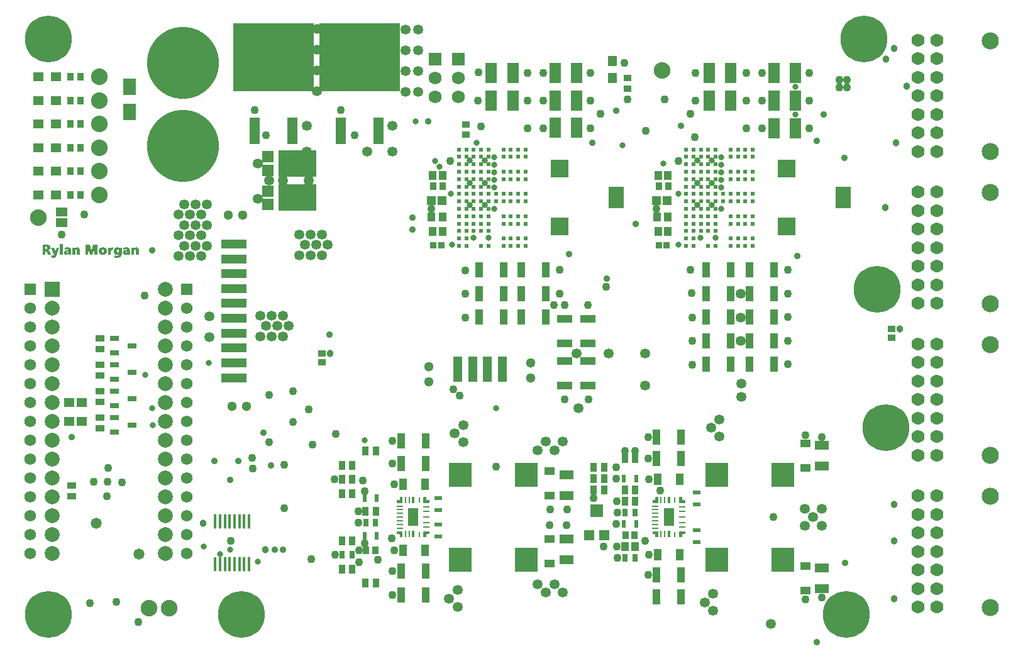
<source format=gbr>
%TF.GenerationSoftware,Altium Limited,Altium Designer,24.1.2 (44)*%
G04 Layer_Color=8388736*
%FSLAX45Y45*%
%MOMM*%
%TF.SameCoordinates,12E9634C-A8E6-484A-B1C3-FEDB1742B245*%
%TF.FilePolarity,Negative*%
%TF.FileFunction,Soldermask,Top*%
%TF.Part,Single*%
G01*
G75*
%TA.AperFunction,SMDPad,CuDef*%
%ADD11C,0.45000*%
G04:AMPARAMS|DCode=12|XSize=0.8mm|YSize=0.25mm|CornerRadius=0.05mm|HoleSize=0mm|Usage=FLASHONLY|Rotation=180.000|XOffset=0mm|YOffset=0mm|HoleType=Round|Shape=RoundedRectangle|*
%AMROUNDEDRECTD12*
21,1,0.80000,0.15000,0,0,180.0*
21,1,0.70000,0.25000,0,0,180.0*
1,1,0.10000,-0.35000,0.07500*
1,1,0.10000,0.35000,0.07500*
1,1,0.10000,0.35000,-0.07500*
1,1,0.10000,-0.35000,-0.07500*
%
%ADD12ROUNDEDRECTD12*%
G04:AMPARAMS|DCode=13|XSize=0.25mm|YSize=0.75mm|CornerRadius=0.05mm|HoleSize=0mm|Usage=FLASHONLY|Rotation=180.000|XOffset=0mm|YOffset=0mm|HoleType=Round|Shape=RoundedRectangle|*
%AMROUNDEDRECTD13*
21,1,0.25000,0.65000,0,0,180.0*
21,1,0.15000,0.75000,0,0,180.0*
1,1,0.10000,-0.07500,0.32500*
1,1,0.10000,0.07500,0.32500*
1,1,0.10000,0.07500,-0.32500*
1,1,0.10000,-0.07500,-0.32500*
%
%ADD13ROUNDEDRECTD13*%
G04:AMPARAMS|DCode=14|XSize=0.25mm|YSize=0.8mm|CornerRadius=0.05mm|HoleSize=0mm|Usage=FLASHONLY|Rotation=180.000|XOffset=0mm|YOffset=0mm|HoleType=Round|Shape=RoundedRectangle|*
%AMROUNDEDRECTD14*
21,1,0.25000,0.70000,0,0,180.0*
21,1,0.15000,0.80000,0,0,180.0*
1,1,0.10000,-0.07500,0.35000*
1,1,0.10000,0.07500,0.35000*
1,1,0.10000,0.07500,-0.35000*
1,1,0.10000,-0.07500,-0.35000*
%
%ADD14ROUNDEDRECTD14*%
G04:AMPARAMS|DCode=15|XSize=0.4mm|YSize=0.8mm|CornerRadius=0.05mm|HoleSize=0mm|Usage=FLASHONLY|Rotation=180.000|XOffset=0mm|YOffset=0mm|HoleType=Round|Shape=RoundedRectangle|*
%AMROUNDEDRECTD15*
21,1,0.40000,0.70000,0,0,180.0*
21,1,0.30000,0.80000,0,0,180.0*
1,1,0.10000,-0.15000,0.35000*
1,1,0.10000,0.15000,0.35000*
1,1,0.10000,0.15000,-0.35000*
1,1,0.10000,-0.15000,-0.35000*
%
%ADD15ROUNDEDRECTD15*%
G04:AMPARAMS|DCode=16|XSize=1.4mm|YSize=2.4mm|CornerRadius=0.049mm|HoleSize=0mm|Usage=FLASHONLY|Rotation=180.000|XOffset=0mm|YOffset=0mm|HoleType=Round|Shape=RoundedRectangle|*
%AMROUNDEDRECTD16*
21,1,1.40000,2.30200,0,0,180.0*
21,1,1.30200,2.40000,0,0,180.0*
1,1,0.09800,-0.65100,1.15100*
1,1,0.09800,0.65100,1.15100*
1,1,0.09800,0.65100,-1.15100*
1,1,0.09800,-0.65100,-1.15100*
%
%ADD16ROUNDEDRECTD16*%
%ADD17R,1.35000X1.10000*%
%ADD19R,3.12400X3.25100*%
%ADD20R,1.00620X0.55620*%
%ADD23R,0.55620X1.00620*%
%ADD25R,1.00000X1.60000*%
%ADD26R,1.10000X2.05000*%
%ADD27R,1.25000X3.50000*%
%ADD34R,1.50273X2.80415*%
%ADD35R,1.65100X2.18440*%
%ADD43R,2.40000X2.40000*%
%ADD44R,2.00000X2.90000*%
G04:AMPARAMS|DCode=46|XSize=1.95543mm|YSize=0.42077mm|CornerRadius=0.21038mm|HoleSize=0mm|Usage=FLASHONLY|Rotation=90.000|XOffset=0mm|YOffset=0mm|HoleType=Round|Shape=RoundedRectangle|*
%AMROUNDEDRECTD46*
21,1,1.95543,0.00000,0,0,90.0*
21,1,1.53467,0.42077,0,0,90.0*
1,1,0.42077,0.00000,0.76733*
1,1,0.42077,0.00000,-0.76733*
1,1,0.42077,0.00000,-0.76733*
1,1,0.42077,0.00000,0.76733*
%
%ADD46ROUNDEDRECTD46*%
%ADD47R,0.42077X1.95543*%
%ADD49R,0.93108X0.81213*%
%ADD54R,2.05000X1.10000*%
%TA.AperFunction,BGAPad,CuDef*%
%ADD55R,0.55000X0.55000*%
%TA.AperFunction,SMDPad,CuDef*%
%ADD56R,3.50000X1.25000*%
%TA.AperFunction,ComponentPad*%
%ADD78C,1.30000*%
%TA.AperFunction,ViaPad*%
%ADD86C,0.50000*%
%TA.AperFunction,SMDPad,CuDef*%
%ADD123R,1.20320X0.80320*%
%ADD124R,1.90320X1.15320*%
%ADD125R,0.86360X1.16840*%
%ADD126R,0.90320X1.05320*%
%ADD127R,0.80320X1.00320*%
%ADD128R,1.40320X1.40320*%
%ADD129R,1.80320X1.70320*%
%ADD130R,1.05320X1.15320*%
%ADD131C,0.96520*%
%ADD132R,1.35320X1.25320*%
%ADD133R,1.16840X0.86360*%
%ADD134R,10.87120X9.22020*%
%ADD135R,1.46020X3.63220*%
%ADD136R,5.06320X3.56320*%
%ADD137R,1.60320X1.59320*%
%ADD138R,1.45320X1.30320*%
%ADD139R,1.30320X1.45320*%
%ADD140C,0.91440*%
%ADD141R,1.05320X0.95320*%
%ADD142R,1.10320X0.90320*%
%ADD143R,1.00320X1.15320*%
%ADD144R,1.00320X1.20320*%
%ADD145R,1.15320X1.25320*%
%ADD146R,0.95320X1.05320*%
%ADD147R,1.60320X1.30320*%
%ADD148R,0.90320X1.10320*%
%TA.AperFunction,ComponentPad*%
%ADD149R,1.75320X1.75320*%
%ADD150C,1.75320*%
%ADD151C,9.70320*%
%ADD152C,1.76320*%
%ADD153C,2.30320*%
%ADD154R,1.57320X1.57320*%
%ADD155C,1.57320*%
%ADD156C,2.00320*%
%ADD157R,2.00320X2.00320*%
%ADD158C,6.30320*%
%ADD159C,2.23520*%
%TA.AperFunction,TestPad*%
%ADD160C,2.23520*%
%TA.AperFunction,ViaPad*%
%ADD161C,1.09220*%
%ADD162C,0.83820*%
%ADD163C,1.47320*%
%ADD164C,1.34620*%
%ADD165C,0.96520*%
%ADD166C,0.91440*%
G36*
X8048220Y10721326D02*
X8048924D01*
X8049745Y10721208D01*
X8051740Y10720856D01*
X8054087Y10720270D01*
X8056786Y10719331D01*
X8059602Y10718157D01*
X8062536Y10716515D01*
X8063944Y10715576D01*
X8065352Y10714402D01*
X8066878Y10713111D01*
X8068286Y10711821D01*
X8069577Y10710295D01*
X8070868Y10708652D01*
X8072159Y10706775D01*
X8073215Y10704780D01*
X8074271Y10702550D01*
X8075210Y10700203D01*
X8076148Y10697739D01*
X8076853Y10694922D01*
X8077322Y10691989D01*
X8077791Y10688820D01*
X8078026Y10685535D01*
X8078143Y10681897D01*
Y10623810D01*
X8038480D01*
Y10675677D01*
Y10675795D01*
Y10676029D01*
Y10676499D01*
Y10677086D01*
X8038362Y10677907D01*
Y10678728D01*
X8038128Y10680606D01*
X8037776Y10682718D01*
X8037306Y10684831D01*
X8036720Y10686825D01*
X8036250Y10687647D01*
X8035781Y10688468D01*
X8035663Y10688586D01*
X8035311Y10689055D01*
X8034607Y10689642D01*
X8033668Y10690463D01*
X8032495Y10691167D01*
X8031087Y10691754D01*
X8029327Y10692223D01*
X8027214Y10692341D01*
X8026980D01*
X8026393Y10692223D01*
X8025454Y10692106D01*
X8024281Y10691871D01*
X8022990Y10691285D01*
X8021699Y10690581D01*
X8020408Y10689642D01*
X8019235Y10688234D01*
X8019117Y10687999D01*
X8018765Y10687530D01*
X8018296Y10686591D01*
X8017826Y10685417D01*
X8017357Y10684009D01*
X8016888Y10682249D01*
X8016536Y10680254D01*
X8016418Y10678024D01*
Y10623810D01*
X7976755D01*
Y10719096D01*
X8016418D01*
Y10704193D01*
X8016770D01*
Y10704310D01*
X8017005Y10704545D01*
X8017240Y10705014D01*
X8017592Y10705484D01*
X8018061Y10706188D01*
X8018648Y10707009D01*
X8020173Y10708770D01*
X8021934Y10710882D01*
X8024046Y10712994D01*
X8026628Y10714989D01*
X8029444Y10716867D01*
X8029561D01*
X8029796Y10717101D01*
X8030265Y10717336D01*
X8030852Y10717571D01*
X8031556Y10717923D01*
X8032495Y10718275D01*
X8033434Y10718744D01*
X8034607Y10719214D01*
X8037189Y10720035D01*
X8040123Y10720739D01*
X8043408Y10721208D01*
X8046811Y10721443D01*
X8047633D01*
X8048220Y10721326D01*
D02*
G37*
G36*
X7254712D02*
X7255417D01*
X7256238Y10721208D01*
X7258233Y10720856D01*
X7260580Y10720270D01*
X7263279Y10719331D01*
X7266095Y10718157D01*
X7269029Y10716515D01*
X7270437Y10715576D01*
X7271845Y10714402D01*
X7273371Y10713111D01*
X7274779Y10711821D01*
X7276070Y10710295D01*
X7277361Y10708652D01*
X7278651Y10706775D01*
X7279708Y10704780D01*
X7280764Y10702550D01*
X7281702Y10700203D01*
X7282641Y10697739D01*
X7283345Y10694922D01*
X7283815Y10691989D01*
X7284284Y10688820D01*
X7284519Y10685535D01*
X7284636Y10681897D01*
Y10623810D01*
X7244973D01*
Y10675677D01*
Y10675795D01*
Y10676029D01*
Y10676499D01*
Y10677086D01*
X7244855Y10677907D01*
Y10678728D01*
X7244621Y10680606D01*
X7244268Y10682718D01*
X7243799Y10684831D01*
X7243212Y10686825D01*
X7242743Y10687647D01*
X7242274Y10688468D01*
X7242156Y10688586D01*
X7241804Y10689055D01*
X7241100Y10689642D01*
X7240161Y10690463D01*
X7238988Y10691167D01*
X7237580Y10691754D01*
X7235819Y10692223D01*
X7233707Y10692341D01*
X7233472D01*
X7232886Y10692223D01*
X7231947Y10692106D01*
X7230773Y10691871D01*
X7229483Y10691285D01*
X7228192Y10690581D01*
X7226901Y10689642D01*
X7225727Y10688234D01*
X7225610Y10687999D01*
X7225258Y10687530D01*
X7224789Y10686591D01*
X7224319Y10685417D01*
X7223850Y10684009D01*
X7223381Y10682249D01*
X7223028Y10680254D01*
X7222911Y10678024D01*
Y10623810D01*
X7183248D01*
Y10719096D01*
X7222911D01*
Y10704193D01*
X7223263D01*
Y10704310D01*
X7223498Y10704545D01*
X7223733Y10705014D01*
X7224085Y10705484D01*
X7224554Y10706188D01*
X7225141Y10707009D01*
X7226666Y10708770D01*
X7228426Y10710882D01*
X7230539Y10712994D01*
X7233120Y10714989D01*
X7235937Y10716867D01*
X7236054D01*
X7236289Y10717101D01*
X7236758Y10717336D01*
X7237345Y10717571D01*
X7238049Y10717923D01*
X7238988Y10718275D01*
X7239927Y10718744D01*
X7241100Y10719214D01*
X7243682Y10720035D01*
X7246615Y10720739D01*
X7249901Y10721208D01*
X7253304Y10721443D01*
X7254126D01*
X7254712Y10721326D01*
D02*
G37*
G36*
X7732319Y10720622D02*
X7734196Y10720270D01*
X7736074Y10719566D01*
Y10685183D01*
X7735957D01*
X7735605Y10685300D01*
X7735135Y10685535D01*
X7734431Y10685769D01*
X7733492Y10686004D01*
X7732436Y10686356D01*
X7731263Y10686591D01*
X7729854Y10686943D01*
X7729737D01*
X7729268Y10687060D01*
X7728564Y10687295D01*
X7727625Y10687412D01*
X7725630Y10687764D01*
X7724574Y10687882D01*
X7722814D01*
X7721875Y10687764D01*
X7720584Y10687530D01*
X7719058Y10687178D01*
X7717416Y10686708D01*
X7715655Y10686004D01*
X7713895Y10685065D01*
X7712018Y10683892D01*
X7710257Y10682366D01*
X7708615Y10680489D01*
X7707089Y10678259D01*
X7705798Y10675677D01*
X7704859Y10672626D01*
X7704507Y10670983D01*
X7704273Y10669106D01*
X7704155Y10667228D01*
X7704038Y10665116D01*
Y10623810D01*
X7664374D01*
Y10719096D01*
X7704038D01*
Y10702315D01*
X7704390D01*
Y10702433D01*
X7704507Y10702667D01*
X7704742Y10703137D01*
X7705094Y10703841D01*
X7705446Y10704545D01*
X7705915Y10705366D01*
X7707089Y10707361D01*
X7708497Y10709591D01*
X7710257Y10711821D01*
X7712370Y10714050D01*
X7714717Y10715928D01*
X7714834D01*
X7715069Y10716162D01*
X7715421Y10716397D01*
X7715890Y10716632D01*
X7716594Y10717101D01*
X7717298Y10717453D01*
X7718237Y10717923D01*
X7719176Y10718392D01*
X7721523Y10719214D01*
X7724104Y10720035D01*
X7727038Y10720504D01*
X7730324Y10720739D01*
X7731497D01*
X7732319Y10720622D01*
D02*
G37*
G36*
X7520975Y10623810D02*
X7481311D01*
Y10696917D01*
Y10697035D01*
Y10697387D01*
Y10697974D01*
Y10698678D01*
Y10699734D01*
Y10700790D01*
Y10702198D01*
X7481429Y10703606D01*
Y10705249D01*
Y10707009D01*
X7481546Y10708887D01*
Y10710882D01*
X7481663Y10715106D01*
X7481898Y10719566D01*
X7482133Y10725785D01*
X7481077D01*
Y10725668D01*
X7480959Y10725081D01*
X7480842Y10724259D01*
X7480607Y10723203D01*
X7480373Y10721913D01*
X7480021Y10720504D01*
X7479786Y10718861D01*
X7479434Y10717219D01*
X7478730Y10713581D01*
X7477908Y10709943D01*
X7477556Y10708300D01*
X7477204Y10706657D01*
X7476852Y10705249D01*
X7476500Y10703958D01*
X7456903Y10623810D01*
X7419117D01*
X7398581Y10703019D01*
Y10703137D01*
X7398464Y10703372D01*
X7398346Y10703841D01*
X7398229Y10704310D01*
X7398112Y10705014D01*
X7397994Y10705836D01*
X7397760Y10707009D01*
X7397525Y10708300D01*
X7397173Y10709826D01*
X7396821Y10711703D01*
X7396351Y10713816D01*
X7395999Y10716280D01*
X7395413Y10719096D01*
X7394826Y10722265D01*
X7394239Y10725785D01*
X7393066D01*
Y10725668D01*
Y10725433D01*
Y10724964D01*
X7393183Y10724377D01*
Y10723673D01*
Y10722851D01*
X7393300Y10721913D01*
Y10720739D01*
X7393418Y10718275D01*
X7393535Y10715458D01*
X7393652Y10712407D01*
X7393770Y10709122D01*
X7394005Y10702433D01*
X7394122Y10699147D01*
X7394239Y10695979D01*
X7394357Y10693162D01*
X7394474Y10690581D01*
Y10689407D01*
Y10688351D01*
Y10687412D01*
Y10686591D01*
Y10623810D01*
X7359152D01*
Y10757234D01*
X7419352D01*
X7437658Y10684713D01*
Y10684596D01*
X7437775Y10684244D01*
X7437893Y10683657D01*
X7438127Y10682718D01*
X7438362Y10681545D01*
X7438597Y10679902D01*
X7438949Y10677907D01*
X7439301Y10675560D01*
Y10675443D01*
Y10675208D01*
X7439418Y10674856D01*
X7439536Y10674387D01*
X7439653Y10673213D01*
X7439888Y10671688D01*
X7440122Y10670045D01*
X7440357Y10668284D01*
X7440592Y10666642D01*
X7440709Y10665116D01*
X7441296D01*
Y10665233D01*
Y10665468D01*
X7441413Y10665938D01*
X7441530Y10666642D01*
Y10667463D01*
X7441765Y10668402D01*
X7441882Y10669575D01*
X7442000Y10670749D01*
X7442235Y10672157D01*
X7442469Y10673682D01*
X7442704Y10675325D01*
X7443056Y10677086D01*
X7443643Y10680958D01*
X7444464Y10685065D01*
X7461597Y10757234D01*
X7520975D01*
Y10623810D01*
D02*
G37*
G36*
X6974837Y10621228D02*
Y10621111D01*
X6974720Y10620993D01*
X6974603Y10620641D01*
X6974485Y10620289D01*
X6974016Y10619116D01*
X6973429Y10617590D01*
X6972608Y10615713D01*
X6971669Y10613600D01*
X6970613Y10611253D01*
X6969439Y10608789D01*
X6968031Y10606090D01*
X6966506Y10603508D01*
X6964863Y10600809D01*
X6963103Y10598110D01*
X6961342Y10595529D01*
X6959348Y10593182D01*
X6957235Y10590952D01*
X6955123Y10588957D01*
X6955006Y10588840D01*
X6954536Y10588488D01*
X6953950Y10588018D01*
X6953011Y10587432D01*
X6951955Y10586728D01*
X6950546Y10585789D01*
X6949021Y10584967D01*
X6947261Y10584029D01*
X6945266Y10583090D01*
X6943036Y10582268D01*
X6940689Y10581447D01*
X6938225Y10580626D01*
X6935526Y10580039D01*
X6932710Y10579569D01*
X6929658Y10579217D01*
X6926607Y10579100D01*
X6925669D01*
X6924495Y10579217D01*
X6923087D01*
X6921209Y10579335D01*
X6919215Y10579569D01*
X6916985Y10579804D01*
X6914638Y10580156D01*
X6914403D01*
X6914051Y10580273D01*
X6913582Y10580391D01*
X6912291Y10580508D01*
X6910765Y10580860D01*
X6909005Y10581212D01*
X6907128Y10581799D01*
X6905133Y10582268D01*
X6903255Y10582972D01*
Y10612779D01*
X6903373Y10612662D01*
X6903725Y10612544D01*
X6904194Y10612192D01*
X6904898Y10611723D01*
X6905954Y10611253D01*
X6907128Y10610784D01*
X6908418Y10610197D01*
X6910061Y10609610D01*
X6910296Y10609493D01*
X6910883Y10609376D01*
X6911704Y10609141D01*
X6912878Y10608906D01*
X6914286Y10608554D01*
X6915694Y10608320D01*
X6917220Y10608202D01*
X6918745Y10608085D01*
X6919215D01*
X6919801Y10608202D01*
X6920505D01*
X6921444Y10608320D01*
X6922500Y10608554D01*
X6924730Y10609141D01*
X6926021Y10609610D01*
X6927194Y10610197D01*
X6928485Y10610901D01*
X6929658Y10611840D01*
X6930715Y10612779D01*
X6931771Y10613952D01*
X6932710Y10615361D01*
X6933414Y10616886D01*
X6936582Y10624162D01*
X6896801Y10719096D01*
X6940572D01*
X6952072Y10673096D01*
Y10672978D01*
X6952189Y10672509D01*
X6952424Y10671922D01*
X6952659Y10670983D01*
X6952893Y10670045D01*
X6953128Y10668871D01*
X6953832Y10666172D01*
X6954419Y10663239D01*
X6955006Y10660422D01*
X6955240Y10659131D01*
X6955475Y10657841D01*
X6955592Y10656784D01*
X6955710Y10655846D01*
X6956062D01*
Y10655963D01*
X6956179Y10656198D01*
Y10656667D01*
X6956296Y10657136D01*
X6956531Y10658545D01*
X6956883Y10660305D01*
Y10660540D01*
X6957001Y10660892D01*
X6957235Y10661596D01*
X6957470Y10662652D01*
X6957587Y10663239D01*
X6957822Y10664060D01*
X6957939Y10664999D01*
X6958291Y10666055D01*
X6958526Y10667228D01*
X6958878Y10668637D01*
X6959230Y10670162D01*
X6959700Y10671805D01*
X6960052Y10673682D01*
X6960638Y10675795D01*
X6961225Y10678024D01*
X6961812Y10680606D01*
X6962399Y10683305D01*
X6963220Y10686239D01*
X6963924Y10689407D01*
X6964746Y10692810D01*
X6965684Y10696448D01*
X6966740Y10700438D01*
X6967797Y10704662D01*
X6968853Y10709122D01*
X6970026Y10713933D01*
X6971317Y10719096D01*
X7009925D01*
X6974837Y10621228D01*
D02*
G37*
G36*
X7915030Y10721326D02*
X7916673D01*
X7918667Y10721091D01*
X7920897Y10720856D01*
X7923479Y10720622D01*
X7926178Y10720152D01*
X7928994Y10719566D01*
X7931928Y10718861D01*
X7934744Y10718040D01*
X7937678Y10716984D01*
X7940494Y10715810D01*
X7943076Y10714402D01*
X7945540Y10712877D01*
X7947770Y10710999D01*
X7947887Y10710882D01*
X7948239Y10710530D01*
X7948826Y10709943D01*
X7949530Y10709004D01*
X7950351Y10707831D01*
X7951290Y10706423D01*
X7952229Y10704780D01*
X7953285Y10702785D01*
X7954341Y10700555D01*
X7955280Y10697974D01*
X7956219Y10695157D01*
X7957040Y10691989D01*
X7957744Y10688586D01*
X7958331Y10684831D01*
X7958683Y10680723D01*
X7958800Y10676381D01*
Y10623810D01*
X7922657D01*
Y10638361D01*
X7922188D01*
X7922071Y10638126D01*
X7921718Y10637657D01*
X7921249Y10636835D01*
X7920428Y10635779D01*
X7919372Y10634488D01*
X7918198Y10632963D01*
X7916790Y10631437D01*
X7915030Y10629912D01*
X7913152Y10628386D01*
X7911040Y10626861D01*
X7908575Y10625335D01*
X7905994Y10624162D01*
X7903177Y10622988D01*
X7900126Y10622167D01*
X7896723Y10621697D01*
X7893203Y10621463D01*
X7891912D01*
X7890973Y10621580D01*
X7889800Y10621697D01*
X7888509Y10621932D01*
X7887101Y10622167D01*
X7885458Y10622519D01*
X7882172Y10623458D01*
X7880412Y10624044D01*
X7878652Y10624866D01*
X7876892Y10625805D01*
X7875131Y10626861D01*
X7873606Y10628034D01*
X7872080Y10629442D01*
X7871963Y10629560D01*
X7871728Y10629794D01*
X7871376Y10630264D01*
X7870907Y10630850D01*
X7870320Y10631672D01*
X7869733Y10632728D01*
X7869029Y10633784D01*
X7868325Y10635075D01*
X7867621Y10636601D01*
X7866917Y10638126D01*
X7866330Y10639886D01*
X7865743Y10641881D01*
X7865274Y10643876D01*
X7864922Y10645988D01*
X7864687Y10648335D01*
X7864570Y10650800D01*
Y10650917D01*
Y10651152D01*
Y10651504D01*
X7864687Y10651973D01*
Y10652677D01*
X7864805Y10653381D01*
X7865157Y10655259D01*
X7865626Y10657488D01*
X7866330Y10659953D01*
X7867504Y10662534D01*
X7868912Y10665351D01*
X7870672Y10668284D01*
X7871728Y10669693D01*
X7873019Y10671101D01*
X7874310Y10672392D01*
X7875718Y10673800D01*
X7877361Y10675091D01*
X7879121Y10676381D01*
X7880999Y10677555D01*
X7882994Y10678611D01*
X7885223Y10679667D01*
X7887570Y10680606D01*
X7890152Y10681427D01*
X7892851Y10682249D01*
X7895785Y10682836D01*
X7898953Y10683305D01*
X7922657Y10686473D01*
Y10686708D01*
X7922540Y10687295D01*
X7922423Y10688116D01*
X7922188Y10689172D01*
X7921601Y10690346D01*
X7920897Y10691637D01*
X7919841Y10692928D01*
X7918433Y10694101D01*
X7918198Y10694218D01*
X7917611Y10694570D01*
X7916673Y10695040D01*
X7915499Y10695627D01*
X7913856Y10696213D01*
X7911861Y10696683D01*
X7909632Y10697035D01*
X7907167Y10697152D01*
X7905524D01*
X7904351Y10697035D01*
X7902943Y10696917D01*
X7901183Y10696683D01*
X7899188Y10696331D01*
X7896958Y10695979D01*
X7894494Y10695509D01*
X7891912Y10694922D01*
X7889213Y10694218D01*
X7886279Y10693280D01*
X7883228Y10692223D01*
X7880060Y10691050D01*
X7876774Y10689642D01*
X7873488Y10687999D01*
Y10713698D01*
X7873606D01*
X7873840Y10713816D01*
X7874310Y10714050D01*
X7874897Y10714285D01*
X7875601Y10714520D01*
X7876539Y10714872D01*
X7877596Y10715224D01*
X7878769Y10715693D01*
X7880060Y10716045D01*
X7881585Y10716515D01*
X7883111Y10716984D01*
X7884871Y10717453D01*
X7888626Y10718392D01*
X7892734Y10719214D01*
X7892851D01*
X7893203Y10719331D01*
X7893907Y10719448D01*
X7894728Y10719566D01*
X7895667Y10719683D01*
X7896841Y10719918D01*
X7898132Y10720152D01*
X7899540Y10720387D01*
X7902708Y10720739D01*
X7906111Y10721091D01*
X7909397Y10721326D01*
X7912683Y10721443D01*
X7913739D01*
X7915030Y10721326D01*
D02*
G37*
G36*
X7121522D02*
X7123165D01*
X7125160Y10721091D01*
X7127390Y10720856D01*
X7129972Y10720622D01*
X7132671Y10720152D01*
X7135487Y10719566D01*
X7138421Y10718861D01*
X7141237Y10718040D01*
X7144171Y10716984D01*
X7146987Y10715810D01*
X7149569Y10714402D01*
X7152033Y10712877D01*
X7154263Y10710999D01*
X7154380Y10710882D01*
X7154732Y10710530D01*
X7155319Y10709943D01*
X7156023Y10709004D01*
X7156844Y10707831D01*
X7157783Y10706423D01*
X7158722Y10704780D01*
X7159778Y10702785D01*
X7160834Y10700555D01*
X7161773Y10697974D01*
X7162712Y10695157D01*
X7163533Y10691989D01*
X7164237Y10688586D01*
X7164824Y10684831D01*
X7165176Y10680723D01*
X7165293Y10676381D01*
Y10623810D01*
X7129150D01*
Y10638361D01*
X7128681D01*
X7128563Y10638126D01*
X7128211Y10637657D01*
X7127742Y10636835D01*
X7126920Y10635779D01*
X7125864Y10634488D01*
X7124691Y10632963D01*
X7123283Y10631437D01*
X7121522Y10629912D01*
X7119645Y10628386D01*
X7117533Y10626861D01*
X7115068Y10625335D01*
X7112487Y10624162D01*
X7109670Y10622988D01*
X7106619Y10622167D01*
X7103216Y10621697D01*
X7099696Y10621463D01*
X7098405D01*
X7097466Y10621580D01*
X7096293Y10621697D01*
X7095002Y10621932D01*
X7093594Y10622167D01*
X7091951Y10622519D01*
X7088665Y10623458D01*
X7086905Y10624044D01*
X7085145Y10624866D01*
X7083384Y10625805D01*
X7081624Y10626861D01*
X7080099Y10628034D01*
X7078573Y10629442D01*
X7078456Y10629560D01*
X7078221Y10629794D01*
X7077869Y10630264D01*
X7077400Y10630850D01*
X7076813Y10631672D01*
X7076226Y10632728D01*
X7075522Y10633784D01*
X7074818Y10635075D01*
X7074114Y10636601D01*
X7073410Y10638126D01*
X7072823Y10639886D01*
X7072236Y10641881D01*
X7071767Y10643876D01*
X7071415Y10645988D01*
X7071180Y10648335D01*
X7071063Y10650800D01*
Y10650917D01*
Y10651152D01*
Y10651504D01*
X7071180Y10651973D01*
Y10652677D01*
X7071298Y10653381D01*
X7071650Y10655259D01*
X7072119Y10657488D01*
X7072823Y10659953D01*
X7073997Y10662534D01*
X7075405Y10665351D01*
X7077165Y10668284D01*
X7078221Y10669693D01*
X7079512Y10671101D01*
X7080803Y10672392D01*
X7082211Y10673800D01*
X7083854Y10675091D01*
X7085614Y10676381D01*
X7087492Y10677555D01*
X7089486Y10678611D01*
X7091716Y10679667D01*
X7094063Y10680606D01*
X7096645Y10681427D01*
X7099344Y10682249D01*
X7102277Y10682836D01*
X7105446Y10683305D01*
X7129150Y10686473D01*
Y10686708D01*
X7129033Y10687295D01*
X7128915Y10688116D01*
X7128681Y10689172D01*
X7128094Y10690346D01*
X7127390Y10691637D01*
X7126334Y10692928D01*
X7124926Y10694101D01*
X7124691Y10694218D01*
X7124104Y10694570D01*
X7123165Y10695040D01*
X7121992Y10695627D01*
X7120349Y10696213D01*
X7118354Y10696683D01*
X7116124Y10697035D01*
X7113660Y10697152D01*
X7112017D01*
X7110844Y10697035D01*
X7109436Y10696917D01*
X7107675Y10696683D01*
X7105680Y10696331D01*
X7103451Y10695979D01*
X7100987Y10695509D01*
X7098405Y10694922D01*
X7095706Y10694218D01*
X7092772Y10693280D01*
X7089721Y10692223D01*
X7086553Y10691050D01*
X7083267Y10689642D01*
X7079981Y10687999D01*
Y10713698D01*
X7080099D01*
X7080333Y10713816D01*
X7080803Y10714050D01*
X7081389Y10714285D01*
X7082094Y10714520D01*
X7083032Y10714872D01*
X7084088Y10715224D01*
X7085262Y10715693D01*
X7086553Y10716045D01*
X7088078Y10716515D01*
X7089604Y10716984D01*
X7091364Y10717453D01*
X7095119Y10718392D01*
X7099226Y10719214D01*
X7099344D01*
X7099696Y10719331D01*
X7100400Y10719448D01*
X7101221Y10719566D01*
X7102160Y10719683D01*
X7103334Y10719918D01*
X7104624Y10720152D01*
X7106033Y10720387D01*
X7109201Y10720739D01*
X7112604Y10721091D01*
X7115890Y10721326D01*
X7119175Y10721443D01*
X7120232D01*
X7121522Y10721326D01*
D02*
G37*
G36*
X7057333Y10623810D02*
X7017669D01*
Y10764862D01*
X7057333D01*
Y10623810D01*
D02*
G37*
G36*
X6838714Y10757117D02*
X6839653D01*
X6842000Y10757000D01*
X6844699Y10756765D01*
X6847632Y10756413D01*
X6850801Y10756061D01*
X6854086Y10755591D01*
X6857489Y10755005D01*
X6861010Y10754183D01*
X6864413Y10753362D01*
X6867699Y10752306D01*
X6870867Y10751015D01*
X6873801Y10749607D01*
X6876500Y10747964D01*
X6876617Y10747846D01*
X6877087Y10747494D01*
X6877791Y10747025D01*
X6878612Y10746204D01*
X6879551Y10745265D01*
X6880724Y10744091D01*
X6881898Y10742683D01*
X6883189Y10741158D01*
X6884479Y10739280D01*
X6885653Y10737285D01*
X6886826Y10734938D01*
X6887765Y10732474D01*
X6888704Y10729892D01*
X6889291Y10726958D01*
X6889760Y10723790D01*
X6889878Y10720504D01*
Y10720387D01*
Y10719918D01*
Y10719214D01*
X6889760Y10718275D01*
X6889643Y10716984D01*
X6889408Y10715693D01*
X6889173Y10714168D01*
X6888939Y10712525D01*
X6888000Y10708887D01*
X6887296Y10706892D01*
X6886592Y10705014D01*
X6885653Y10703019D01*
X6884597Y10701025D01*
X6883423Y10699147D01*
X6882015Y10697387D01*
X6881898Y10697269D01*
X6881663Y10697035D01*
X6881194Y10696565D01*
X6880607Y10695861D01*
X6879786Y10695157D01*
X6878729Y10694218D01*
X6877556Y10693280D01*
X6876265Y10692223D01*
X6874740Y10691167D01*
X6872979Y10689994D01*
X6871102Y10688938D01*
X6869107Y10687882D01*
X6866760Y10686825D01*
X6864413Y10685769D01*
X6861831Y10684831D01*
X6859015Y10684009D01*
Y10683540D01*
X6859132D01*
X6859367Y10683422D01*
X6859836Y10683305D01*
X6860423Y10683070D01*
X6861127Y10682718D01*
X6861949Y10682366D01*
X6863944Y10681545D01*
X6866173Y10680371D01*
X6868520Y10678846D01*
X6870867Y10677086D01*
X6873097Y10675091D01*
X6873214Y10674973D01*
X6873331Y10674856D01*
X6873683Y10674504D01*
X6874036Y10674035D01*
X6874505Y10673330D01*
X6875092Y10672626D01*
X6875796Y10671688D01*
X6876500Y10670749D01*
X6877204Y10669575D01*
X6878025Y10668284D01*
X6878847Y10666876D01*
X6879786Y10665351D01*
X6880607Y10663591D01*
X6881428Y10661830D01*
X6882367Y10659835D01*
X6883189Y10657723D01*
X6896332Y10623810D01*
X6851035D01*
X6841061Y10652560D01*
Y10652677D01*
X6840943Y10652912D01*
X6840709Y10653381D01*
X6840591Y10653968D01*
X6840239Y10654672D01*
X6839887Y10655494D01*
X6839066Y10657371D01*
X6837892Y10659483D01*
X6836602Y10661713D01*
X6835193Y10663825D01*
X6833550Y10665820D01*
X6833316Y10666055D01*
X6832729Y10666642D01*
X6831790Y10667346D01*
X6830617Y10668284D01*
X6829091Y10669223D01*
X6827448Y10669927D01*
X6825571Y10670514D01*
X6823576Y10670749D01*
X6822050D01*
Y10623810D01*
X6781800D01*
Y10757234D01*
X6837775D01*
X6838714Y10757117D01*
D02*
G37*
G36*
X7597369Y10721326D02*
X7598894Y10721208D01*
X7600537Y10721091D01*
X7602415Y10720974D01*
X7604527Y10720622D01*
X7606756Y10720270D01*
X7609103Y10719918D01*
X7614032Y10718744D01*
X7616614Y10718040D01*
X7619078Y10717219D01*
X7621542Y10716280D01*
X7623889Y10715106D01*
X7624007Y10714989D01*
X7624476Y10714872D01*
X7625063Y10714520D01*
X7625884Y10713933D01*
X7626940Y10713346D01*
X7628231Y10712525D01*
X7629522Y10711703D01*
X7630930Y10710647D01*
X7632456Y10709474D01*
X7633981Y10708183D01*
X7635624Y10706657D01*
X7637267Y10705132D01*
X7638792Y10703489D01*
X7640318Y10701729D01*
X7641726Y10699734D01*
X7643017Y10697739D01*
X7643134Y10697621D01*
X7643252Y10697269D01*
X7643604Y10696683D01*
X7644073Y10695861D01*
X7644542Y10694805D01*
X7645129Y10693514D01*
X7645716Y10692106D01*
X7646420Y10690581D01*
X7647007Y10688820D01*
X7647594Y10686825D01*
X7648180Y10684831D01*
X7648650Y10682718D01*
X7649119Y10680371D01*
X7649471Y10678024D01*
X7649588Y10675677D01*
X7649706Y10673096D01*
Y10672978D01*
Y10672861D01*
Y10672509D01*
Y10672040D01*
X7649588Y10670749D01*
X7649471Y10669106D01*
X7649236Y10667111D01*
X7648884Y10664764D01*
X7648532Y10662065D01*
X7647828Y10659249D01*
X7647124Y10656315D01*
X7646185Y10653264D01*
X7644895Y10650096D01*
X7643486Y10646927D01*
X7641843Y10643759D01*
X7639849Y10640825D01*
X7637619Y10637891D01*
X7635037Y10635192D01*
X7634920Y10635075D01*
X7634333Y10634606D01*
X7633512Y10633902D01*
X7632338Y10633080D01*
X7630813Y10632024D01*
X7629053Y10630850D01*
X7626940Y10629560D01*
X7624476Y10628386D01*
X7621777Y10627095D01*
X7618726Y10625805D01*
X7615323Y10624631D01*
X7611685Y10623575D01*
X7607813Y10622753D01*
X7603588Y10622049D01*
X7599129Y10621580D01*
X7594318Y10621463D01*
X7592557D01*
X7591853Y10621580D01*
X7589976Y10621697D01*
X7587863Y10621932D01*
X7585282Y10622167D01*
X7582465Y10622636D01*
X7579532Y10623105D01*
X7576246Y10623810D01*
X7572960Y10624748D01*
X7569674Y10625805D01*
X7566271Y10627095D01*
X7562986Y10628621D01*
X7559700Y10630381D01*
X7556649Y10632493D01*
X7553832Y10634840D01*
X7553715Y10634958D01*
X7553246Y10635427D01*
X7552542Y10636248D01*
X7551603Y10637305D01*
X7550547Y10638713D01*
X7549256Y10640356D01*
X7547965Y10642351D01*
X7546674Y10644580D01*
X7545266Y10647044D01*
X7543975Y10649861D01*
X7542802Y10652912D01*
X7541628Y10656198D01*
X7540690Y10659718D01*
X7539985Y10663591D01*
X7539516Y10667580D01*
X7539399Y10671922D01*
Y10672157D01*
Y10672626D01*
Y10673448D01*
X7539516Y10674504D01*
X7539633Y10675795D01*
X7539751Y10677320D01*
X7539985Y10679080D01*
X7540220Y10680958D01*
X7540572Y10682953D01*
X7541042Y10685065D01*
X7541628Y10687295D01*
X7542215Y10689524D01*
X7543036Y10691754D01*
X7543858Y10693984D01*
X7544914Y10696213D01*
X7546088Y10698326D01*
X7546205Y10698443D01*
X7546440Y10698795D01*
X7546792Y10699382D01*
X7547378Y10700203D01*
X7548082Y10701142D01*
X7548904Y10702198D01*
X7549960Y10703372D01*
X7551016Y10704662D01*
X7552307Y10705953D01*
X7553832Y10707361D01*
X7555358Y10708887D01*
X7557118Y10710295D01*
X7558996Y10711703D01*
X7560991Y10712994D01*
X7563220Y10714285D01*
X7565450Y10715458D01*
X7565567Y10715576D01*
X7566037Y10715693D01*
X7566741Y10716045D01*
X7567680Y10716397D01*
X7568853Y10716867D01*
X7570379Y10717336D01*
X7572021Y10717923D01*
X7573899Y10718509D01*
X7575894Y10718979D01*
X7578124Y10719566D01*
X7580470Y10720035D01*
X7583052Y10720504D01*
X7585751Y10720856D01*
X7588568Y10721208D01*
X7591501Y10721326D01*
X7594552Y10721443D01*
X7596195D01*
X7597369Y10721326D01*
D02*
G37*
G36*
X7787824D02*
X7788998Y10721208D01*
X7790406Y10721091D01*
X7791932Y10720856D01*
X7793692Y10720387D01*
X7795569Y10719918D01*
X7797447Y10719331D01*
X7799559Y10718509D01*
X7801554Y10717453D01*
X7803549Y10716280D01*
X7805544Y10714872D01*
X7807422Y10713229D01*
X7809182Y10711351D01*
X7810825Y10709239D01*
X7811294D01*
Y10719096D01*
X7850723D01*
Y10637070D01*
Y10636953D01*
Y10636718D01*
Y10636366D01*
Y10635896D01*
X7850606Y10635192D01*
Y10634488D01*
X7850488Y10632611D01*
X7850254Y10630264D01*
X7849784Y10627565D01*
X7849315Y10624631D01*
X7848611Y10621463D01*
X7847672Y10618177D01*
X7846498Y10614656D01*
X7845090Y10611136D01*
X7843447Y10607616D01*
X7841452Y10604095D01*
X7839105Y10600692D01*
X7836406Y10597524D01*
X7833355Y10594473D01*
X7833121Y10594355D01*
X7832534Y10593768D01*
X7831595Y10593064D01*
X7830187Y10592126D01*
X7828309Y10590952D01*
X7826197Y10589661D01*
X7823616Y10588253D01*
X7820564Y10586845D01*
X7817279Y10585319D01*
X7813524Y10583911D01*
X7809299Y10582620D01*
X7804840Y10581564D01*
X7799911Y10580508D01*
X7794631Y10579804D01*
X7788998Y10579335D01*
X7783013Y10579100D01*
X7780666D01*
X7779727Y10579217D01*
X7778671D01*
X7777498Y10579335D01*
X7774916Y10579452D01*
X7771982Y10579687D01*
X7768814Y10580039D01*
X7765646Y10580508D01*
X7765528D01*
X7765294Y10580626D01*
X7764824D01*
X7764237Y10580743D01*
X7763651Y10580860D01*
X7762829Y10581095D01*
X7761069Y10581447D01*
X7759074Y10581916D01*
X7757079Y10582386D01*
X7755319Y10583090D01*
X7753793Y10583677D01*
Y10614774D01*
X7753911D01*
X7754028Y10614656D01*
X7754380Y10614422D01*
X7754850Y10614187D01*
X7756023Y10613483D01*
X7757783Y10612662D01*
X7759778Y10611723D01*
X7762125Y10610784D01*
X7764707Y10609845D01*
X7767641Y10608906D01*
X7767758D01*
X7767993Y10608789D01*
X7768462Y10608672D01*
X7769049Y10608554D01*
X7769753Y10608320D01*
X7770574Y10608202D01*
X7772452Y10607733D01*
X7774681Y10607264D01*
X7777146Y10606911D01*
X7779610Y10606677D01*
X7781957Y10606559D01*
X7783248D01*
X7784187Y10606677D01*
X7785243Y10606794D01*
X7786534Y10606911D01*
X7788059Y10607146D01*
X7789585Y10607381D01*
X7792988Y10608085D01*
X7796508Y10609258D01*
X7798268Y10610080D01*
X7800029Y10610901D01*
X7801671Y10611840D01*
X7803197Y10613014D01*
X7803314Y10613131D01*
X7803549Y10613366D01*
X7803901Y10613718D01*
X7804488Y10614187D01*
X7805075Y10614891D01*
X7805779Y10615595D01*
X7806483Y10616534D01*
X7807304Y10617590D01*
X7808008Y10618764D01*
X7808712Y10619937D01*
X7810003Y10622871D01*
X7810590Y10624514D01*
X7810942Y10626157D01*
X7811177Y10628034D01*
X7811294Y10629912D01*
Y10635779D01*
X7810825D01*
Y10635662D01*
X7810590Y10635544D01*
X7810355Y10635192D01*
X7810003Y10634723D01*
X7809064Y10633549D01*
X7807774Y10632024D01*
X7806131Y10630381D01*
X7804136Y10628621D01*
X7801789Y10626861D01*
X7799090Y10625335D01*
X7798972D01*
X7798738Y10625218D01*
X7798386Y10624983D01*
X7797799Y10624748D01*
X7797095Y10624396D01*
X7796273Y10624162D01*
X7795335Y10623810D01*
X7794279Y10623458D01*
X7791814Y10622636D01*
X7789115Y10622049D01*
X7786182Y10621580D01*
X7783013Y10621463D01*
X7782192D01*
X7781253Y10621580D01*
X7779962Y10621697D01*
X7778437Y10621815D01*
X7776676Y10622167D01*
X7774681Y10622519D01*
X7772452Y10623105D01*
X7770222Y10623692D01*
X7767758Y10624631D01*
X7765411Y10625570D01*
X7762947Y10626861D01*
X7760600Y10628269D01*
X7758253Y10630029D01*
X7756023Y10632024D01*
X7753911Y10634254D01*
X7753793Y10634371D01*
X7753441Y10634840D01*
X7752972Y10635544D01*
X7752268Y10636601D01*
X7751447Y10637891D01*
X7750508Y10639534D01*
X7749569Y10641294D01*
X7748630Y10643524D01*
X7747574Y10645871D01*
X7746635Y10648453D01*
X7745696Y10651386D01*
X7744875Y10654555D01*
X7744171Y10657958D01*
X7743702Y10661596D01*
X7743350Y10665468D01*
X7743232Y10669575D01*
Y10669810D01*
Y10670279D01*
Y10671101D01*
X7743350Y10672157D01*
Y10673448D01*
X7743584Y10675091D01*
X7743702Y10676851D01*
X7743936Y10678728D01*
X7744171Y10680841D01*
X7744640Y10682953D01*
X7745579Y10687530D01*
X7746987Y10692223D01*
X7747809Y10694570D01*
X7748748Y10696800D01*
X7748865Y10696917D01*
X7748982Y10697269D01*
X7749334Y10697974D01*
X7749804Y10698795D01*
X7750390Y10699734D01*
X7751094Y10700907D01*
X7751916Y10702198D01*
X7752855Y10703489D01*
X7755084Y10706423D01*
X7757666Y10709474D01*
X7760834Y10712407D01*
X7762595Y10713698D01*
X7764355Y10714989D01*
X7764472Y10715106D01*
X7764824Y10715224D01*
X7765411Y10715576D01*
X7766115Y10716045D01*
X7767054Y10716515D01*
X7768110Y10716984D01*
X7769401Y10717571D01*
X7770809Y10718275D01*
X7772452Y10718861D01*
X7774095Y10719448D01*
X7777850Y10720387D01*
X7781957Y10721208D01*
X7784069Y10721326D01*
X7786299Y10721443D01*
X7787003D01*
X7787824Y10721326D01*
D02*
G37*
G36*
X15069444Y7359000D02*
X15070438D01*
X15072276Y7358239D01*
X15073682Y7356832D01*
X15074445Y7354995D01*
Y7354000D01*
X15074445D01*
X15074443Y7284000D01*
X15074445Y7283005D01*
X15073683Y7281167D01*
X15072276Y7279761D01*
X15070438Y7279000D01*
X15069443Y7279000D01*
X15069444D01*
X14999443Y7279000D01*
X14998450Y7279000D01*
X14996611Y7279761D01*
X14995206Y7281168D01*
X14994443Y7283005D01*
X14994444Y7284000D01*
Y7284000D01*
X14994443Y7314000D01*
X14994443Y7314995D01*
X14995204Y7316832D01*
X14996611Y7318239D01*
X14998450Y7319000D01*
X14999443Y7319000D01*
X14999443Y7319000D01*
X15024443D01*
X15026395Y7319192D01*
X15029999Y7320685D01*
X15032758Y7323444D01*
X15034251Y7327049D01*
X15034444Y7329000D01*
X15034444Y7329000D01*
Y7354000D01*
Y7354994D01*
X15035205Y7356832D01*
X15036610Y7358239D01*
X15038449Y7359000D01*
X15039442D01*
X15039444Y7359000D01*
X15069444Y7359000D01*
D02*
G37*
G36*
X11626711D02*
X11627706D01*
X11629543Y7358239D01*
X11630950Y7356832D01*
X11631711Y7354995D01*
Y7354000D01*
X11631712D01*
X11631711Y7284000D01*
X11631711Y7283005D01*
X11630950Y7281167D01*
X11629544Y7279761D01*
X11627706Y7279000D01*
X11626711Y7279000D01*
X11626711D01*
X11556711Y7279000D01*
X11555717Y7279000D01*
X11553879Y7279761D01*
X11552472Y7281168D01*
X11551711Y7283005D01*
X11551711Y7284000D01*
Y7284000D01*
X11551711Y7314000D01*
X11551711Y7314995D01*
X11552472Y7316832D01*
X11553879Y7318239D01*
X11555717Y7319000D01*
X11556711Y7319000D01*
X11556711Y7319000D01*
X11581711D01*
X11583662Y7319192D01*
X11587267Y7320685D01*
X11590026Y7323444D01*
X11591519Y7327049D01*
X11591711Y7329000D01*
X11591711Y7329000D01*
Y7354000D01*
Y7354994D01*
X11592473Y7356832D01*
X11593879Y7358239D01*
X11595717Y7359000D01*
X11596711D01*
X11596711Y7359000D01*
X11626711Y7359000D01*
D02*
G37*
G36*
X15389442D02*
X15390437D01*
X15392276Y7358239D01*
X15393681Y7356832D01*
X15394443Y7354994D01*
Y7354000D01*
X15394443Y7329000D01*
X15394635Y7327049D01*
X15396127Y7323444D01*
X15398888Y7320685D01*
X15402492Y7319192D01*
X15404443Y7319000D01*
X15429443D01*
Y7319000D01*
X15430438Y7319000D01*
X15432275Y7318239D01*
X15433682Y7316832D01*
X15434444Y7314995D01*
X15434444Y7314000D01*
Y7284000D01*
X15434444Y7284000D01*
X15434444Y7283005D01*
X15433682Y7281168D01*
X15432275Y7279761D01*
X15430438Y7279000D01*
X15429443Y7279000D01*
X15359444Y7279000D01*
X15359444Y7279000D01*
X15358449Y7279000D01*
X15356612Y7279761D01*
X15355203Y7281167D01*
X15354443Y7283005D01*
X15354443Y7284000D01*
X15354443Y7354000D01*
Y7354995D01*
X15355203Y7356832D01*
X15356612Y7358239D01*
X15358449Y7359000D01*
X15359444D01*
X15389442Y7359000D01*
Y7359000D01*
D02*
G37*
G36*
X11946711D02*
X11947706D01*
X11949543Y7358239D01*
X11950950Y7356832D01*
X11951711Y7354994D01*
Y7354000D01*
X11951711Y7329000D01*
X11951903Y7327049D01*
X11953396Y7323444D01*
X11956155Y7320685D01*
X11959760Y7319192D01*
X11961711Y7319000D01*
X11986711D01*
Y7319000D01*
X11987706Y7319000D01*
X11989543Y7318239D01*
X11990950Y7316832D01*
X11991711Y7314995D01*
X11991711Y7314000D01*
Y7284000D01*
X11991711Y7284000D01*
X11991711Y7283005D01*
X11990950Y7281168D01*
X11989543Y7279761D01*
X11987706Y7279000D01*
X11986711Y7279000D01*
X11916711Y7279000D01*
X11916711Y7279000D01*
X11915717Y7279000D01*
X11913879Y7279761D01*
X11912472Y7281167D01*
X11911711Y7283005D01*
X11911711Y7284000D01*
X11911711Y7354000D01*
Y7354995D01*
X11912472Y7356832D01*
X11913879Y7358239D01*
X11915717Y7359000D01*
X11916711D01*
X11946711Y7359000D01*
Y7359000D01*
D02*
G37*
G36*
X15429443Y6899000D02*
X15430438Y6899000D01*
X15432275Y6898239D01*
X15433682Y6896832D01*
X15434444Y6894994D01*
X15434444Y6894000D01*
X15434444D01*
X15434444Y6864000D01*
Y6863006D01*
X15433682Y6861168D01*
X15432275Y6859761D01*
X15430438Y6859000D01*
X15429443D01*
X15429443Y6859000D01*
X15404443Y6859000D01*
X15402492Y6858808D01*
X15398888Y6857315D01*
X15396127Y6854556D01*
X15394635Y6850951D01*
X15394443Y6849000D01*
Y6849000D01*
X15394443Y6824000D01*
Y6823005D01*
X15393681Y6821168D01*
X15392276Y6819761D01*
X15390437Y6819000D01*
X15358449D01*
X15356612Y6819761D01*
X15355203Y6821168D01*
X15354443Y6823005D01*
Y6824000D01*
Y6824000D01*
X15354443Y6894000D01*
X15354443Y6894995D01*
X15355203Y6896833D01*
X15356612Y6898239D01*
X15358449Y6899000D01*
X15359444Y6899000D01*
X15359444Y6899000D01*
X15429443Y6899000D01*
D02*
G37*
G36*
X15072276Y6898239D02*
X15073683Y6896833D01*
X15074445Y6894995D01*
X15074443Y6894000D01*
X15074445Y6824000D01*
X15074445Y6824000D01*
Y6823005D01*
X15073682Y6821168D01*
X15072276Y6819761D01*
X15070438Y6819000D01*
X15038449D01*
X15036610Y6819761D01*
X15035205Y6821168D01*
X15034444Y6823005D01*
Y6824000D01*
Y6849000D01*
X15034444D01*
X15034251Y6850951D01*
X15032758Y6854556D01*
X15029999Y6857315D01*
X15026395Y6858808D01*
X15024443Y6859000D01*
X14999443D01*
X14998450Y6859000D01*
X14996611Y6859761D01*
X14995204Y6861167D01*
X14994443Y6863005D01*
X14994443Y6864000D01*
X14994444Y6894000D01*
X14994443Y6894994D01*
X14995206Y6896832D01*
X14996611Y6898239D01*
X14998450Y6899000D01*
X14999443Y6899000D01*
X15069444Y6899000D01*
X15069443Y6899000D01*
X15070438Y6899000D01*
X15072276Y6898239D01*
D02*
G37*
G36*
X11986711Y6899000D02*
X11987706Y6899000D01*
X11989543Y6898239D01*
X11990950Y6896832D01*
X11991711Y6894994D01*
X11991711Y6894000D01*
X11991711D01*
X11991711Y6864000D01*
Y6863006D01*
X11990950Y6861168D01*
X11989543Y6859761D01*
X11987706Y6859000D01*
X11986711D01*
X11986711Y6859000D01*
X11961711Y6859000D01*
X11959760Y6858808D01*
X11956155Y6857315D01*
X11953396Y6854556D01*
X11951903Y6850951D01*
X11951711Y6849000D01*
Y6849000D01*
X11951711Y6824000D01*
Y6823005D01*
X11950950Y6821168D01*
X11949543Y6819761D01*
X11947706Y6819000D01*
X11915717D01*
X11913879Y6819761D01*
X11912472Y6821168D01*
X11911711Y6823005D01*
Y6824000D01*
Y6824000D01*
X11911711Y6894000D01*
X11911711Y6894995D01*
X11912472Y6896833D01*
X11913879Y6898239D01*
X11915717Y6899000D01*
X11916711Y6899000D01*
X11916711Y6899000D01*
X11986711Y6899000D01*
D02*
G37*
G36*
X11629544Y6898239D02*
X11630950Y6896833D01*
X11631711Y6894995D01*
X11631711Y6894000D01*
X11631712Y6824000D01*
X11631711Y6824000D01*
Y6823005D01*
X11630950Y6821168D01*
X11629543Y6819761D01*
X11627706Y6819000D01*
X11595717D01*
X11593879Y6819761D01*
X11592473Y6821168D01*
X11591711Y6823005D01*
Y6824000D01*
Y6849000D01*
X11591711D01*
X11591519Y6850951D01*
X11590026Y6854556D01*
X11587267Y6857315D01*
X11583662Y6858808D01*
X11581711Y6859000D01*
X11556711D01*
X11555717Y6859000D01*
X11553879Y6859761D01*
X11552472Y6861167D01*
X11551711Y6863005D01*
X11551711Y6864000D01*
X11551711Y6894000D01*
X11551711Y6894994D01*
X11552472Y6896832D01*
X11553879Y6898239D01*
X11555717Y6899000D01*
X11556711Y6899000D01*
X11626711Y6899000D01*
X11626711Y6899000D01*
X11627706Y6899000D01*
X11629544Y6898239D01*
D02*
G37*
%LPC*%
G36*
X7922657Y10667346D02*
X7909280Y10665468D01*
X7909162D01*
X7908810Y10665351D01*
X7908341Y10665233D01*
X7907754Y10665116D01*
X7906111Y10664529D01*
X7904351Y10663708D01*
X7902473Y10662417D01*
X7900831Y10660774D01*
X7900244Y10659835D01*
X7899774Y10658662D01*
X7899422Y10657488D01*
X7899305Y10656080D01*
Y10655963D01*
Y10655494D01*
X7899422Y10654672D01*
X7899657Y10653851D01*
X7899892Y10652795D01*
X7900244Y10651738D01*
X7900831Y10650682D01*
X7901652Y10649743D01*
X7901769Y10649626D01*
X7902121Y10649391D01*
X7902708Y10648922D01*
X7903412Y10648570D01*
X7904468Y10648101D01*
X7905642Y10647631D01*
X7907050Y10647397D01*
X7908693Y10647279D01*
X7909280D01*
X7909749Y10647397D01*
X7910922Y10647514D01*
X7912331Y10647866D01*
X7913856Y10648453D01*
X7915616Y10649157D01*
X7917259Y10650330D01*
X7918785Y10651856D01*
X7918902Y10652090D01*
X7919372Y10652677D01*
X7919958Y10653733D01*
X7920780Y10655024D01*
X7921484Y10656784D01*
X7922071Y10658779D01*
X7922540Y10661126D01*
X7922657Y10663708D01*
Y10667346D01*
D02*
G37*
G36*
X7129150D02*
X7115772Y10665468D01*
X7115655D01*
X7115303Y10665351D01*
X7114834Y10665233D01*
X7114247Y10665116D01*
X7112604Y10664529D01*
X7110844Y10663708D01*
X7108966Y10662417D01*
X7107323Y10660774D01*
X7106737Y10659835D01*
X7106267Y10658662D01*
X7105915Y10657488D01*
X7105798Y10656080D01*
Y10655963D01*
Y10655494D01*
X7105915Y10654672D01*
X7106150Y10653851D01*
X7106385Y10652795D01*
X7106737Y10651738D01*
X7107323Y10650682D01*
X7108145Y10649743D01*
X7108262Y10649626D01*
X7108614Y10649391D01*
X7109201Y10648922D01*
X7109905Y10648570D01*
X7110961Y10648101D01*
X7112135Y10647631D01*
X7113543Y10647397D01*
X7115186Y10647279D01*
X7115772D01*
X7116242Y10647397D01*
X7117415Y10647514D01*
X7118823Y10647866D01*
X7120349Y10648453D01*
X7122109Y10649157D01*
X7123752Y10650330D01*
X7125278Y10651856D01*
X7125395Y10652090D01*
X7125864Y10652677D01*
X7126451Y10653733D01*
X7127273Y10655024D01*
X7127977Y10656784D01*
X7128563Y10658779D01*
X7129033Y10661126D01*
X7129150Y10663708D01*
Y10667346D01*
D02*
G37*
G36*
X6830265Y10729423D02*
X6822050D01*
Y10698912D01*
X6830030D01*
X6830499Y10699030D01*
X6831204D01*
X6832025Y10699147D01*
X6833903Y10699499D01*
X6835897Y10699968D01*
X6838127Y10700790D01*
X6840239Y10701846D01*
X6842234Y10703372D01*
X6842469Y10703606D01*
X6843056Y10704193D01*
X6843760Y10705132D01*
X6844699Y10706540D01*
X6845637Y10708183D01*
X6846341Y10710178D01*
X6846928Y10712407D01*
X6847163Y10714872D01*
Y10714989D01*
Y10715224D01*
Y10715576D01*
X6847045Y10715928D01*
X6846928Y10717219D01*
X6846693Y10718744D01*
X6846107Y10720387D01*
X6845403Y10722147D01*
X6844464Y10723907D01*
X6843056Y10725433D01*
X6842821Y10725550D01*
X6842234Y10726020D01*
X6841295Y10726724D01*
X6839887Y10727428D01*
X6838127Y10728132D01*
X6835897Y10728836D01*
X6833316Y10729305D01*
X6830265Y10729423D01*
D02*
G37*
G36*
X7594552Y10692458D02*
X7593966D01*
X7593144Y10692341D01*
X7592205Y10692106D01*
X7591149Y10691871D01*
X7589858Y10691402D01*
X7588450Y10690698D01*
X7587159Y10689877D01*
X7585751Y10688820D01*
X7584343Y10687412D01*
X7583052Y10685769D01*
X7581996Y10683774D01*
X7581057Y10681427D01*
X7580236Y10678728D01*
X7579766Y10675560D01*
X7579649Y10673800D01*
Y10671922D01*
Y10671688D01*
Y10670983D01*
X7579766Y10669927D01*
X7579884Y10668519D01*
X7580118Y10666994D01*
X7580470Y10665116D01*
X7580940Y10663239D01*
X7581527Y10661244D01*
X7582348Y10659131D01*
X7583287Y10657254D01*
X7584578Y10655376D01*
X7585986Y10653851D01*
X7587746Y10652442D01*
X7589741Y10651386D01*
X7592088Y10650682D01*
X7593261Y10650565D01*
X7594670Y10650448D01*
X7595256D01*
X7596078Y10650565D01*
X7597017Y10650800D01*
X7598073Y10651152D01*
X7599364Y10651621D01*
X7600654Y10652325D01*
X7602063Y10653264D01*
X7603471Y10654437D01*
X7604762Y10655963D01*
X7606052Y10657723D01*
X7607108Y10659953D01*
X7608047Y10662417D01*
X7608869Y10665468D01*
X7609103Y10667111D01*
X7609338Y10668871D01*
X7609455Y10670866D01*
Y10672861D01*
Y10673096D01*
Y10673682D01*
X7609338Y10674621D01*
X7609221Y10675912D01*
X7608986Y10677438D01*
X7608634Y10679080D01*
X7608165Y10680841D01*
X7607578Y10682718D01*
X7606756Y10684479D01*
X7605818Y10686239D01*
X7604644Y10687882D01*
X7603119Y10689407D01*
X7601476Y10690698D01*
X7599481Y10691637D01*
X7597134Y10692223D01*
X7594552Y10692458D01*
D02*
G37*
G36*
X7799325Y10692341D02*
X7797564D01*
X7797095Y10692223D01*
X7795804Y10691989D01*
X7794279Y10691637D01*
X7792636Y10690933D01*
X7790875Y10689877D01*
X7789937Y10689172D01*
X7789115Y10688351D01*
X7788294Y10687412D01*
X7787472Y10686356D01*
Y10686239D01*
X7787355Y10686121D01*
X7787120Y10685769D01*
X7786886Y10685300D01*
X7786534Y10684713D01*
X7786182Y10683892D01*
X7785829Y10683070D01*
X7785477Y10682132D01*
X7784773Y10679785D01*
X7784069Y10677086D01*
X7783600Y10673917D01*
X7783483Y10670397D01*
Y10670279D01*
Y10670045D01*
Y10669575D01*
Y10668871D01*
X7783600Y10668167D01*
X7783717Y10667228D01*
X7783952Y10665116D01*
X7784304Y10662769D01*
X7784891Y10660422D01*
X7785712Y10658075D01*
X7786768Y10655846D01*
X7786886Y10655611D01*
X7787472Y10655024D01*
X7788176Y10654085D01*
X7789350Y10653147D01*
X7790875Y10652208D01*
X7792636Y10651269D01*
X7794865Y10650682D01*
X7796039Y10650565D01*
X7797330Y10650448D01*
X7798034D01*
X7798503Y10650565D01*
X7799677Y10650800D01*
X7801202Y10651152D01*
X7802962Y10651856D01*
X7804723Y10652795D01*
X7806483Y10654203D01*
X7807304Y10655024D01*
X7808008Y10655963D01*
Y10656080D01*
X7808126Y10656198D01*
X7808360Y10656550D01*
X7808595Y10657019D01*
X7808947Y10657488D01*
X7809182Y10658193D01*
X7810003Y10659835D01*
X7810707Y10661948D01*
X7811294Y10664529D01*
X7811763Y10667463D01*
X7811881Y10670749D01*
Y10674035D01*
Y10674152D01*
Y10674387D01*
Y10674856D01*
Y10675443D01*
X7811763Y10676147D01*
X7811646Y10676968D01*
X7811411Y10678846D01*
X7810942Y10680958D01*
X7810355Y10683188D01*
X7809416Y10685300D01*
X7808126Y10687295D01*
Y10687412D01*
X7808008Y10687530D01*
X7807422Y10688116D01*
X7806600Y10688938D01*
X7805427Y10689877D01*
X7804018Y10690698D01*
X7802376Y10691519D01*
X7800381Y10692106D01*
X7799325Y10692341D01*
D02*
G37*
%LPD*%
D11*
X11936711Y6874000D02*
D03*
X11606711Y7304000D02*
D03*
Y6874000D02*
D03*
X11936711Y7304000D02*
D03*
X15379443Y6874000D02*
D03*
X15049445Y7304000D02*
D03*
Y6874000D02*
D03*
X15379443Y7304000D02*
D03*
D12*
X11951711Y6951500D02*
D03*
Y7014000D02*
D03*
Y7089000D02*
D03*
Y7164000D02*
D03*
Y7226500D02*
D03*
X11591711Y7239000D02*
D03*
Y7189000D02*
D03*
Y7139000D02*
D03*
Y7089000D02*
D03*
Y7039000D02*
D03*
Y6989000D02*
D03*
Y6939000D02*
D03*
X15394443Y6951500D02*
D03*
Y7014000D02*
D03*
Y7089000D02*
D03*
Y7164000D02*
D03*
Y7226500D02*
D03*
X15034444Y7239000D02*
D03*
Y7189000D02*
D03*
Y7139000D02*
D03*
Y7089000D02*
D03*
Y7039000D02*
D03*
Y6989000D02*
D03*
Y6939000D02*
D03*
D13*
X11854211Y7321500D02*
D03*
Y6856500D02*
D03*
X15296944Y7321500D02*
D03*
Y6856500D02*
D03*
D14*
X11719211Y7319000D02*
D03*
X11669211D02*
D03*
Y6859000D02*
D03*
X11719211D02*
D03*
X15161945Y7319000D02*
D03*
X15111945D02*
D03*
Y6859000D02*
D03*
X15161945D02*
D03*
D15*
X11776711Y7319000D02*
D03*
Y6859000D02*
D03*
X15219444Y7319000D02*
D03*
Y6859000D02*
D03*
D16*
X11771711Y7089000D02*
D03*
X15214444D02*
D03*
D17*
X13613211Y6797501D02*
D03*
Y6467501D02*
D03*
Y7380499D02*
D03*
Y7710499D02*
D03*
X17055943Y8079500D02*
D03*
Y7749500D02*
D03*
Y6098500D02*
D03*
Y6428500D02*
D03*
D19*
X13298260Y7660500D02*
D03*
X12404161D02*
D03*
X13298260Y6517500D02*
D03*
X12404161D02*
D03*
X16752715Y7660500D02*
D03*
X15858615D02*
D03*
X16752715Y6517500D02*
D03*
X15858614D02*
D03*
D20*
X12114611Y7184300D02*
D03*
Y7349300D02*
D03*
Y6993700D02*
D03*
Y6828700D02*
D03*
X15594688Y6917500D02*
D03*
Y6752500D02*
D03*
X15594688Y7260500D02*
D03*
Y7425500D02*
D03*
D23*
X11282711Y6835000D02*
D03*
X11117711D02*
D03*
X11282711Y7343000D02*
D03*
X11117711D02*
D03*
X14776244Y7609700D02*
D03*
X14611244D02*
D03*
Y7000100D02*
D03*
X14776244D02*
D03*
D25*
X11634411Y6644500D02*
D03*
X11934411D02*
D03*
X11634411Y7533500D02*
D03*
X11934411D02*
D03*
X15064444Y7597000D02*
D03*
X15364442D02*
D03*
X15064444Y6581000D02*
D03*
X15364442D02*
D03*
D26*
X11607900Y6045200D02*
D03*
X11937900D02*
D03*
X11607900Y6362700D02*
D03*
X11937900D02*
D03*
X11607900Y8115300D02*
D03*
X11937900D02*
D03*
X11607900Y7810500D02*
D03*
X11937900D02*
D03*
X13558450Y9779500D02*
D03*
X13228452D02*
D03*
X15049445Y7874725D02*
D03*
X15379443D02*
D03*
X15049600Y8166100D02*
D03*
X15379601D02*
D03*
X15049600Y6019800D02*
D03*
X15379601D02*
D03*
X15049600Y6311900D02*
D03*
X15379601D02*
D03*
X13228452Y10097000D02*
D03*
X13558450D02*
D03*
X13228452Y10414500D02*
D03*
X13558450D02*
D03*
X16302325Y9144500D02*
D03*
X16632326D02*
D03*
X16302325Y9462000D02*
D03*
X16632326D02*
D03*
X16302325Y9779500D02*
D03*
X16632326D02*
D03*
X16302325Y10097000D02*
D03*
X16632326D02*
D03*
X16302325Y10414500D02*
D03*
X16632326D02*
D03*
X16046899Y9144500D02*
D03*
X15716901D02*
D03*
X16046899Y9462000D02*
D03*
X15716901D02*
D03*
X16046899Y9779500D02*
D03*
X15716901D02*
D03*
X16046899Y10097000D02*
D03*
X15716901D02*
D03*
X16046899Y10414500D02*
D03*
X15716901D02*
D03*
X12988901Y9779500D02*
D03*
X12658900D02*
D03*
X12988901Y10097000D02*
D03*
X12658900D02*
D03*
X12988901Y10414500D02*
D03*
X12658900D02*
D03*
D27*
X12973000Y9083900D02*
D03*
X12773000D02*
D03*
X12573000D02*
D03*
X12373000D02*
D03*
D34*
X12825861Y13067030D02*
D03*
X13115900D02*
D03*
X13975490Y13067030D02*
D03*
X13685451D02*
D03*
X13975490Y12328159D02*
D03*
X13685451D02*
D03*
X12825861Y12697595D02*
D03*
X13115900D02*
D03*
X13975490Y12697595D02*
D03*
X13685451D02*
D03*
X16632326Y12327488D02*
D03*
X16922365D02*
D03*
X16632326Y12696966D02*
D03*
X16922365D02*
D03*
X16632326Y13066444D02*
D03*
X16922365D02*
D03*
X16046899Y13066444D02*
D03*
X15756860D02*
D03*
X16046899Y12696966D02*
D03*
X15756860D02*
D03*
D35*
X7950200Y12882880D02*
D03*
Y12542520D02*
D03*
D43*
X16804700Y10998700D02*
D03*
Y11778700D02*
D03*
X13743500Y10998700D02*
D03*
Y11778700D02*
D03*
D44*
X17564700Y11388700D02*
D03*
X14503500D02*
D03*
D46*
X9107000Y7031238D02*
D03*
X9172000D02*
D03*
X9237000D02*
D03*
X9302000D02*
D03*
X9367000D02*
D03*
X9432000D02*
D03*
X9497000D02*
D03*
X9562000D02*
D03*
Y6456162D02*
D03*
X9497000D02*
D03*
X9432000D02*
D03*
X9367000D02*
D03*
X9302000D02*
D03*
X9237000D02*
D03*
X9172000D02*
D03*
D47*
X9107000D02*
D03*
D49*
X12042501Y10749975D02*
D03*
X12150606D02*
D03*
X15079675D02*
D03*
X15187781D02*
D03*
D54*
X14129520Y9428611D02*
D03*
Y9758611D02*
D03*
X13812019Y9428611D02*
D03*
Y9758611D02*
D03*
X14129520Y9189060D02*
D03*
Y8859060D02*
D03*
X13812019Y9189060D02*
D03*
Y8859060D02*
D03*
D55*
X16346899Y12039500D02*
D03*
Y11939500D02*
D03*
Y11739500D02*
D03*
Y11639500D02*
D03*
Y11439500D02*
D03*
Y11339500D02*
D03*
Y11139500D02*
D03*
Y11039500D02*
D03*
Y10839500D02*
D03*
Y10739500D02*
D03*
X16246899Y12039500D02*
D03*
Y11939500D02*
D03*
Y11739500D02*
D03*
Y11639500D02*
D03*
Y11439500D02*
D03*
Y11339500D02*
D03*
Y11139500D02*
D03*
Y11039500D02*
D03*
Y10839500D02*
D03*
Y10739500D02*
D03*
X16146899Y12039500D02*
D03*
Y11939500D02*
D03*
Y11739500D02*
D03*
Y11639500D02*
D03*
Y11439500D02*
D03*
Y11339500D02*
D03*
Y11139500D02*
D03*
Y11039500D02*
D03*
Y10839500D02*
D03*
Y10739500D02*
D03*
X16046899Y12039500D02*
D03*
Y11939500D02*
D03*
Y11739500D02*
D03*
Y11639500D02*
D03*
Y11439500D02*
D03*
Y11339500D02*
D03*
Y11139500D02*
D03*
Y11039500D02*
D03*
Y10839500D02*
D03*
Y10739500D02*
D03*
X15946899Y11439500D02*
D03*
Y11339500D02*
D03*
X15846899Y12039500D02*
D03*
Y11939500D02*
D03*
Y11839500D02*
D03*
Y11739500D02*
D03*
Y11639500D02*
D03*
Y11539500D02*
D03*
Y11439500D02*
D03*
Y11339500D02*
D03*
Y11239500D02*
D03*
Y11139500D02*
D03*
Y11039500D02*
D03*
Y10939500D02*
D03*
Y10739500D02*
D03*
X15746899Y12039500D02*
D03*
Y11939500D02*
D03*
Y11839500D02*
D03*
Y11739500D02*
D03*
Y11639500D02*
D03*
Y11539500D02*
D03*
Y11439500D02*
D03*
Y11339500D02*
D03*
Y11239500D02*
D03*
Y11139500D02*
D03*
Y11039500D02*
D03*
Y10939500D02*
D03*
Y10739500D02*
D03*
X15646899Y12039500D02*
D03*
Y11939500D02*
D03*
Y11839500D02*
D03*
Y11739500D02*
D03*
Y11639500D02*
D03*
Y11539500D02*
D03*
Y11439500D02*
D03*
Y11339500D02*
D03*
Y11239500D02*
D03*
Y11139500D02*
D03*
Y11039500D02*
D03*
Y10939500D02*
D03*
X15546899Y12039500D02*
D03*
Y11939500D02*
D03*
Y11839500D02*
D03*
Y11739500D02*
D03*
Y11639500D02*
D03*
Y11539500D02*
D03*
Y11439500D02*
D03*
Y11339500D02*
D03*
Y11239500D02*
D03*
Y11139500D02*
D03*
Y11039500D02*
D03*
Y10939500D02*
D03*
Y10839500D02*
D03*
Y10739500D02*
D03*
X15446899Y12039500D02*
D03*
Y11939500D02*
D03*
Y11839500D02*
D03*
Y11739500D02*
D03*
Y11639500D02*
D03*
Y11539500D02*
D03*
Y11439500D02*
D03*
Y11339500D02*
D03*
Y11239500D02*
D03*
Y11139500D02*
D03*
Y11039500D02*
D03*
Y10939500D02*
D03*
Y10839500D02*
D03*
Y10739500D02*
D03*
X13288901Y12039500D02*
D03*
Y11939500D02*
D03*
Y11739500D02*
D03*
Y11639500D02*
D03*
Y11439500D02*
D03*
Y11339500D02*
D03*
Y11139500D02*
D03*
Y11039500D02*
D03*
Y10839500D02*
D03*
Y10739500D02*
D03*
X13188901Y12039500D02*
D03*
Y11939500D02*
D03*
Y11739500D02*
D03*
Y11639500D02*
D03*
Y11439500D02*
D03*
Y11339500D02*
D03*
Y11139500D02*
D03*
Y11039500D02*
D03*
Y10839500D02*
D03*
Y10739500D02*
D03*
X13088901Y12039500D02*
D03*
Y11939500D02*
D03*
Y11739500D02*
D03*
Y11639500D02*
D03*
Y11439500D02*
D03*
Y11339500D02*
D03*
Y11139500D02*
D03*
Y11039500D02*
D03*
Y10839500D02*
D03*
Y10739500D02*
D03*
X12988901Y12039500D02*
D03*
Y11939500D02*
D03*
Y11739500D02*
D03*
Y11639500D02*
D03*
Y11439500D02*
D03*
Y11339500D02*
D03*
Y11139500D02*
D03*
Y11039500D02*
D03*
Y10839500D02*
D03*
Y10739500D02*
D03*
X12888901Y11439500D02*
D03*
Y11339500D02*
D03*
X12788900Y12039500D02*
D03*
Y11939500D02*
D03*
Y11839500D02*
D03*
Y11739500D02*
D03*
Y11639500D02*
D03*
Y11539500D02*
D03*
Y11439500D02*
D03*
Y11339500D02*
D03*
Y11239500D02*
D03*
Y11139500D02*
D03*
Y11039500D02*
D03*
Y10939500D02*
D03*
Y10739500D02*
D03*
X12688900Y12039500D02*
D03*
Y11939500D02*
D03*
Y11839500D02*
D03*
Y11739500D02*
D03*
Y11639500D02*
D03*
Y11539500D02*
D03*
Y11439500D02*
D03*
Y11339500D02*
D03*
Y11239500D02*
D03*
Y11139500D02*
D03*
Y11039500D02*
D03*
Y10939500D02*
D03*
Y10739500D02*
D03*
X12588900Y12039500D02*
D03*
Y11939500D02*
D03*
Y11839500D02*
D03*
Y11739500D02*
D03*
Y11639500D02*
D03*
Y11539500D02*
D03*
Y11439500D02*
D03*
Y11339500D02*
D03*
Y11239500D02*
D03*
Y11139500D02*
D03*
Y11039500D02*
D03*
Y10939500D02*
D03*
X12488900Y12039500D02*
D03*
Y11939500D02*
D03*
Y11839500D02*
D03*
Y11739500D02*
D03*
Y11639500D02*
D03*
Y11539500D02*
D03*
Y11439500D02*
D03*
Y11339500D02*
D03*
Y11239500D02*
D03*
Y11139500D02*
D03*
Y11039500D02*
D03*
Y10939500D02*
D03*
Y10839500D02*
D03*
Y10739500D02*
D03*
X12388900Y12039500D02*
D03*
Y11939500D02*
D03*
Y11839500D02*
D03*
Y11739500D02*
D03*
Y11639500D02*
D03*
Y11539500D02*
D03*
Y11439500D02*
D03*
Y11339500D02*
D03*
Y11239500D02*
D03*
Y11139500D02*
D03*
Y11039500D02*
D03*
Y10939500D02*
D03*
Y10839500D02*
D03*
Y10739500D02*
D03*
D56*
X9359900Y8966400D02*
D03*
Y9166400D02*
D03*
Y9366400D02*
D03*
Y9566400D02*
D03*
Y9766400D02*
D03*
Y9966400D02*
D03*
Y10166400D02*
D03*
Y10366400D02*
D03*
Y10566400D02*
D03*
Y10766400D02*
D03*
D78*
X13358000Y8963900D02*
D03*
Y9163900D02*
D03*
X11988000Y8913900D02*
D03*
Y9113900D02*
D03*
X9479900Y11151400D02*
D03*
X9279900D02*
D03*
X9529900Y8581400D02*
D03*
X9329900D02*
D03*
D86*
X11771711Y7184000D02*
D03*
Y7089000D02*
D03*
Y6994000D02*
D03*
X15214444Y7184000D02*
D03*
Y7089000D02*
D03*
Y6994000D02*
D03*
D123*
X7748300Y9493000D02*
D03*
Y9303000D02*
D03*
X7988300Y9398000D02*
D03*
Y8686800D02*
D03*
Y9042400D02*
D03*
X7748300Y8947400D02*
D03*
Y9137400D02*
D03*
Y8591800D02*
D03*
Y8781800D02*
D03*
X7988300Y8331200D02*
D03*
X7748300Y8236200D02*
D03*
Y8426200D02*
D03*
D124*
X13841811Y7380499D02*
D03*
Y7660499D02*
D03*
Y6797501D02*
D03*
Y6517501D02*
D03*
X17276169Y8054500D02*
D03*
Y7774500D02*
D03*
X17276169Y6123500D02*
D03*
Y6403500D02*
D03*
D125*
X11130361Y7165200D02*
D03*
X11270061D02*
D03*
X10812861Y6771500D02*
D03*
X10952561D02*
D03*
X11270061Y6200000D02*
D03*
X11130361D02*
D03*
X10952561Y6390500D02*
D03*
X10812861D02*
D03*
X11270061Y7978000D02*
D03*
X11130361D02*
D03*
X10952561Y7406500D02*
D03*
X10812861D02*
D03*
X10952561Y7787500D02*
D03*
X10812861D02*
D03*
Y7597000D02*
D03*
X10952561D02*
D03*
X14204794Y7762100D02*
D03*
X14344495D02*
D03*
Y7457300D02*
D03*
X14204794D02*
D03*
X14344495Y7609700D02*
D03*
X14204794D02*
D03*
X14763594Y7874726D02*
D03*
X14623894D02*
D03*
X14763594Y7457300D02*
D03*
X14623894D02*
D03*
Y7304900D02*
D03*
X14763594D02*
D03*
D126*
X11139811Y6638550D02*
D03*
X11264811D02*
D03*
X14751244Y6847700D02*
D03*
X14636244D02*
D03*
D127*
X11135211Y7012800D02*
D03*
X11265211D02*
D03*
X10817711Y6581000D02*
D03*
X10947711D02*
D03*
X14628743Y7152500D02*
D03*
X14758743D02*
D03*
Y6542900D02*
D03*
X14628743D02*
D03*
D128*
X14144493Y6847700D02*
D03*
X14344495D02*
D03*
D129*
X14244493Y7172700D02*
D03*
D130*
X14626244Y6694975D02*
D03*
X14761244D02*
D03*
D131*
X8940800Y7010400D02*
D03*
X9779000Y6654800D02*
D03*
D132*
X7141300Y8382000D02*
D03*
X7311300D02*
D03*
Y8636000D02*
D03*
X7141300D02*
D03*
D133*
X7556500Y9353150D02*
D03*
Y9492850D02*
D03*
Y8997550D02*
D03*
Y9137250D02*
D03*
Y8641950D02*
D03*
Y8781650D02*
D03*
Y8286350D02*
D03*
Y8426050D02*
D03*
X7175500Y7512050D02*
D03*
Y7372350D02*
D03*
D134*
X9893300Y13284200D02*
D03*
X11049000D02*
D03*
D135*
X10147300Y12293600D02*
D03*
X9639300D02*
D03*
X11303000D02*
D03*
X10795000D02*
D03*
D136*
X10215301Y11852199D02*
D03*
X10215300Y11388800D02*
D03*
D137*
X9817101Y11944199D02*
D03*
Y11760199D02*
D03*
X9817100Y11480800D02*
D03*
Y11296800D02*
D03*
D138*
X6962800Y13017500D02*
D03*
X6727800D02*
D03*
X6962800Y11430000D02*
D03*
X6727800D02*
D03*
X6962800Y11747500D02*
D03*
X6727800D02*
D03*
X6962800Y12065000D02*
D03*
X6727800D02*
D03*
X6962800Y12382500D02*
D03*
X6727800D02*
D03*
X6962800Y12700000D02*
D03*
X6727800D02*
D03*
D139*
X14452600Y12998601D02*
D03*
Y13233601D02*
D03*
D140*
X17208475Y5410000D02*
D03*
X17589500Y6477000D02*
D03*
X17297400Y12509500D02*
D03*
X17576801Y11925300D02*
D03*
X14376401Y10299700D02*
D03*
X13868401Y10629900D02*
D03*
X16941800Y10604500D02*
D03*
X17208501Y12153900D02*
D03*
X14185899Y12128500D02*
D03*
X11976100Y12420600D02*
D03*
X11760200Y10960100D02*
D03*
Y11125200D02*
D03*
X14770100Y11039500D02*
D03*
X15379700Y12357100D02*
D03*
X14503400Y12556481D02*
D03*
X8255000Y10680700D02*
D03*
X9753600Y8223250D02*
D03*
X9855200Y7785100D02*
D03*
X9422648Y7848600D02*
D03*
X9093200D02*
D03*
X9310633Y7591220D02*
D03*
X10023725Y6654800D02*
D03*
X9906000D02*
D03*
X10642600Y9550400D02*
D03*
D141*
X18211800Y9625600D02*
D03*
Y9500600D02*
D03*
X10541000Y9295400D02*
D03*
Y9170400D02*
D03*
D142*
X14655800Y12858600D02*
D03*
Y12998599D02*
D03*
X12484100Y12376300D02*
D03*
Y12236300D02*
D03*
D143*
X12037000Y10935200D02*
D03*
X12167000D02*
D03*
Y11692526D02*
D03*
X12037000D02*
D03*
X15074174D02*
D03*
X15204175D02*
D03*
X15074174Y10935200D02*
D03*
X15204175D02*
D03*
D144*
X12167000Y11127926D02*
D03*
X12017000D02*
D03*
X15204173D02*
D03*
X15054173D02*
D03*
D145*
X12159500Y11350651D02*
D03*
X12014500D02*
D03*
X15196674D02*
D03*
X15051674D02*
D03*
D146*
X12169500Y11544800D02*
D03*
X12044500D02*
D03*
X15081674D02*
D03*
X15206674D02*
D03*
D147*
X7035800Y11050200D02*
D03*
Y11200200D02*
D03*
D148*
X7156303Y13017500D02*
D03*
X7296302D02*
D03*
X7156303Y12700000D02*
D03*
X7296302D02*
D03*
X7156303Y12382500D02*
D03*
X7296302D02*
D03*
X7156303Y12065000D02*
D03*
X7296302D02*
D03*
X7156303Y11747500D02*
D03*
X7296302D02*
D03*
X7156303Y11430000D02*
D03*
X7296302D02*
D03*
D149*
X12065000Y13258800D02*
D03*
X12382500D02*
D03*
D150*
X12065000Y13004800D02*
D03*
Y12750800D02*
D03*
X12382500Y13004800D02*
D03*
Y12750800D02*
D03*
D151*
X8674100Y13208000D02*
D03*
Y12090400D02*
D03*
D152*
X18572803Y11467148D02*
D03*
Y11217148D02*
D03*
Y10967148D02*
D03*
Y10717148D02*
D03*
Y10467148D02*
D03*
Y10217148D02*
D03*
Y9967148D02*
D03*
X18822803Y11467148D02*
D03*
Y11217148D02*
D03*
Y10967148D02*
D03*
Y10717148D02*
D03*
Y10467148D02*
D03*
Y10217148D02*
D03*
Y9967148D02*
D03*
X18572803Y13511848D02*
D03*
Y13261848D02*
D03*
Y13011848D02*
D03*
Y12761848D02*
D03*
Y12511848D02*
D03*
Y12261848D02*
D03*
Y12011848D02*
D03*
X18822803Y13511848D02*
D03*
Y13261848D02*
D03*
Y13011848D02*
D03*
Y12761848D02*
D03*
Y12511848D02*
D03*
Y12261848D02*
D03*
Y12011848D02*
D03*
X18572800Y9422449D02*
D03*
Y9172449D02*
D03*
Y8922449D02*
D03*
Y8672449D02*
D03*
Y8422449D02*
D03*
Y8172449D02*
D03*
Y7922449D02*
D03*
X18822800Y9422449D02*
D03*
Y9172449D02*
D03*
Y8922449D02*
D03*
Y8672449D02*
D03*
Y8422449D02*
D03*
Y8172449D02*
D03*
Y7922449D02*
D03*
X18572800Y7377749D02*
D03*
Y7127749D02*
D03*
Y6877749D02*
D03*
Y6627749D02*
D03*
Y6377749D02*
D03*
Y6127749D02*
D03*
Y5877749D02*
D03*
X18822800Y7377749D02*
D03*
Y7127749D02*
D03*
Y6877749D02*
D03*
Y6627749D02*
D03*
Y6377749D02*
D03*
Y6127749D02*
D03*
Y5877749D02*
D03*
D153*
X19545302Y9962148D02*
D03*
Y11459648D02*
D03*
Y12006848D02*
D03*
Y13504349D02*
D03*
X19545300Y7917449D02*
D03*
Y9414949D02*
D03*
Y5872749D02*
D03*
Y7370249D02*
D03*
D154*
X6616700Y10160000D02*
D03*
X8724900D02*
D03*
D155*
X6616700Y9906000D02*
D03*
Y9652000D02*
D03*
Y9398000D02*
D03*
Y9144000D02*
D03*
Y8890000D02*
D03*
Y8636000D02*
D03*
Y8382000D02*
D03*
Y8128000D02*
D03*
Y7874000D02*
D03*
Y7620000D02*
D03*
Y7366000D02*
D03*
Y7112000D02*
D03*
Y6858000D02*
D03*
Y6604000D02*
D03*
X8724900Y9906000D02*
D03*
Y9652000D02*
D03*
Y9398000D02*
D03*
Y9144000D02*
D03*
Y8890000D02*
D03*
Y8636000D02*
D03*
Y8382000D02*
D03*
Y8128000D02*
D03*
Y7874000D02*
D03*
Y7620000D02*
D03*
Y7366000D02*
D03*
Y7112000D02*
D03*
Y6858000D02*
D03*
Y6604000D02*
D03*
D156*
X8432800Y10160000D02*
D03*
Y9906000D02*
D03*
Y9652000D02*
D03*
Y9398000D02*
D03*
Y9144000D02*
D03*
Y8890000D02*
D03*
Y8636000D02*
D03*
Y8382000D02*
D03*
Y8128000D02*
D03*
Y7874000D02*
D03*
Y7620000D02*
D03*
Y7366000D02*
D03*
Y7112000D02*
D03*
Y6858000D02*
D03*
Y6604000D02*
D03*
X6908800D02*
D03*
Y6858000D02*
D03*
Y7112000D02*
D03*
Y7366000D02*
D03*
Y7620000D02*
D03*
Y7874000D02*
D03*
Y8128000D02*
D03*
Y8382000D02*
D03*
Y8636000D02*
D03*
Y8890000D02*
D03*
Y9144000D02*
D03*
Y9398000D02*
D03*
Y9652000D02*
D03*
Y9906000D02*
D03*
D157*
Y10160000D02*
D03*
D158*
X6858000Y13525500D02*
D03*
Y5778500D02*
D03*
X17843500Y13525500D02*
D03*
X17602200Y5778500D02*
D03*
X18021300Y10160000D02*
D03*
X18135600Y8293100D02*
D03*
X9461500Y5778500D02*
D03*
D159*
X6725369Y11120947D02*
D03*
X15125700Y13106400D02*
D03*
X8216900Y5867400D02*
D03*
X8483600D02*
D03*
D160*
X7543800Y12382500D02*
D03*
Y12065000D02*
D03*
Y12700000D02*
D03*
Y11430000D02*
D03*
Y13017500D02*
D03*
Y11747500D02*
D03*
D161*
X11493500Y8115300D02*
D03*
X10420350Y8064500D02*
D03*
X10033000Y7213600D02*
D03*
X10401300Y6527800D02*
D03*
X12890500Y7772400D02*
D03*
X7848600Y7558000D02*
D03*
X11047811Y6478228D02*
D03*
X12268200Y11887200D02*
D03*
X17055943Y5984100D02*
D03*
X14935201Y8166100D02*
D03*
X11520011Y7533500D02*
D03*
X10730230Y8205470D02*
D03*
X17055943Y8193900D02*
D03*
X11493500Y6045200D02*
D03*
Y6362700D02*
D03*
X11520011Y6644500D02*
D03*
X11492120Y7809120D02*
D03*
X10717611Y7597000D02*
D03*
X17276169Y6009100D02*
D03*
X17276169Y8168900D02*
D03*
X14935201Y6311900D02*
D03*
X14950044Y6581000D02*
D03*
Y7597000D02*
D03*
X14935043Y7874725D02*
D03*
X10722461Y6581000D02*
D03*
X13614482Y7195489D02*
D03*
X13843082Y7195489D02*
D03*
X13840541Y6982511D02*
D03*
X13611942Y6982511D02*
D03*
X11301811Y6517500D02*
D03*
X11117711Y7438250D02*
D03*
X11098611Y7584300D02*
D03*
X11483333Y6800622D02*
D03*
X11044561Y6638550D02*
D03*
X11035111Y7165200D02*
D03*
X11039961Y7012800D02*
D03*
X11117711Y6739750D02*
D03*
X12314378Y8805722D02*
D03*
X12395200Y8724900D02*
D03*
X10152000Y8369300D02*
D03*
X10363200Y8540750D02*
D03*
X13665199Y9943621D02*
D03*
X15100143Y7444600D02*
D03*
X14763594Y7982726D02*
D03*
X14623894D02*
D03*
X10033000Y7797800D02*
D03*
X9318656Y6770378D02*
D03*
X14896944Y6771500D02*
D03*
X16624144Y7089000D02*
D03*
X14503244Y7762100D02*
D03*
X14204794Y7349300D02*
D03*
X14338144Y6695300D02*
D03*
X14520743Y6542900D02*
D03*
X14518243Y6694975D02*
D03*
X14503244Y7000100D02*
D03*
X14520743Y7152500D02*
D03*
X14515894Y7304900D02*
D03*
X14503244Y7609700D02*
D03*
X9613900Y7747000D02*
D03*
X9609159Y7884352D02*
D03*
X8156301Y10073407D02*
D03*
X10152000Y8786791D02*
D03*
X13813290Y8674049D02*
D03*
X14130791D02*
D03*
X9836150Y8096250D02*
D03*
X13525500Y13068300D02*
D03*
X12649200Y13081000D02*
D03*
X13309599Y13068300D02*
D03*
X13525500Y12698865D02*
D03*
X13309599D02*
D03*
X12640850Y12696325D02*
D03*
X14160500Y12700000D02*
D03*
Y13068300D02*
D03*
X13525500Y12325350D02*
D03*
X13309599D02*
D03*
X14160500D02*
D03*
X9791700Y12228336D02*
D03*
X10983736D02*
D03*
X10795000Y12573000D02*
D03*
X9639300D02*
D03*
X15521672Y10105948D02*
D03*
X14908200Y12291813D02*
D03*
X14617700Y13201649D02*
D03*
X17110193Y13070532D02*
D03*
X17107375Y12698236D02*
D03*
X15563982Y12209263D02*
D03*
X16472375Y12325350D02*
D03*
X14295529Y12515850D02*
D03*
X15502705D02*
D03*
X17107375Y12325350D02*
D03*
X12688534Y12347121D02*
D03*
X16256474Y12325350D02*
D03*
X15571851Y12695696D02*
D03*
X15509798Y10414500D02*
D03*
X8075547Y5677540D02*
D03*
X7416800Y5930900D02*
D03*
X7778252Y5945106D02*
D03*
X15571851Y13065173D02*
D03*
X16817336Y9145770D02*
D03*
Y9463270D02*
D03*
Y9780770D02*
D03*
Y10098270D02*
D03*
Y10415770D02*
D03*
X15531889Y9143230D02*
D03*
Y9460730D02*
D03*
Y9778230D02*
D03*
X14375790Y10190857D02*
D03*
X13810750Y9943621D02*
D03*
X14128250D02*
D03*
X13743462Y10098270D02*
D03*
Y10415770D02*
D03*
X12473889Y9778230D02*
D03*
Y10095730D02*
D03*
Y10413230D02*
D03*
X17614900Y12979401D02*
D03*
X14661018Y12714100D02*
D03*
X9829800Y8737600D02*
D03*
X12017000Y11240538D02*
D03*
X15051674D02*
D03*
X15341600Y11887200D02*
D03*
X15159425Y12714100D02*
D03*
X7663700Y7754100D02*
D03*
X7652500Y7373100D02*
D03*
X7467600Y7569200D02*
D03*
X7658100Y7563600D02*
D03*
X16256474Y13067628D02*
D03*
X16472375D02*
D03*
Y12698193D02*
D03*
X16256474D02*
D03*
X7035800Y10896600D02*
D03*
X7340600Y11163300D02*
D03*
X17513300Y12979401D02*
D03*
X17614900Y12877800D02*
D03*
X17513300D02*
D03*
D162*
X8255000Y8559800D02*
D03*
X8267700Y8331200D02*
D03*
X11118034Y8126574D02*
D03*
X8166100Y9004300D02*
D03*
X15138400Y11849100D02*
D03*
X12128500Y11811000D02*
D03*
X12065000Y11887200D02*
D03*
X9017000Y9169400D02*
D03*
X9170479Y6592207D02*
D03*
X12890500Y8559800D02*
D03*
X15796100Y11590020D02*
D03*
X15596100Y11890020D02*
D03*
Y11590020D02*
D03*
Y11290020D02*
D03*
X15796100Y11890020D02*
D03*
Y11290020D02*
D03*
X12738100D02*
D03*
Y11890020D02*
D03*
X12538100Y11290020D02*
D03*
Y11590020D02*
D03*
Y11890020D02*
D03*
X12738100Y11590020D02*
D03*
X9309100Y6654800D02*
D03*
X16922365Y12512227D02*
D03*
X11810398Y12420600D02*
D03*
X8953500Y6692900D02*
D03*
X9677400Y6489700D02*
D03*
X12293600Y10756900D02*
D03*
X15343201Y10754676D02*
D03*
X16922365Y12881705D02*
D03*
X15845799Y10846300D02*
D03*
X15642599D02*
D03*
X15923100Y11239500D02*
D03*
Y11531600D02*
D03*
Y11633200D02*
D03*
Y11734800D02*
D03*
Y11836400D02*
D03*
Y11938000D02*
D03*
X15342368Y11439393D02*
D03*
X12865100Y11239500D02*
D03*
Y11531600D02*
D03*
Y11633200D02*
D03*
Y11734800D02*
D03*
Y11836400D02*
D03*
Y11938000D02*
D03*
X12623800Y12128500D02*
D03*
X14594299Y12092400D02*
D03*
X12584600Y10846300D02*
D03*
X12787800D02*
D03*
X12284367Y11439393D02*
D03*
D163*
X8077200Y6591300D02*
D03*
X7505700Y7010400D02*
D03*
D164*
X16586200Y5651500D02*
D03*
X15813000Y5829300D02*
D03*
Y6057900D02*
D03*
X15698700Y5943600D02*
D03*
X12371300Y5880100D02*
D03*
X12257000Y5994400D02*
D03*
X12371300Y6108700D02*
D03*
X15897701Y8405437D02*
D03*
X15783400Y8291137D02*
D03*
X15897701Y8176837D02*
D03*
X12446000Y8102600D02*
D03*
X12331700Y8216900D02*
D03*
X12446000Y8331200D02*
D03*
X13562411Y8105000D02*
D03*
X13791011D02*
D03*
X13562411Y6073000D02*
D03*
X13448111Y6187300D02*
D03*
X13676711D02*
D03*
X13448111Y7990700D02*
D03*
X13676711D02*
D03*
X13791011Y6073000D02*
D03*
X17271844Y7203300D02*
D03*
Y6974700D02*
D03*
X17157544Y7089000D02*
D03*
X17043243Y7203300D02*
D03*
Y6974700D02*
D03*
X9944100Y9664700D02*
D03*
X10020300Y9525000D02*
D03*
X10096500Y9664700D02*
D03*
X9867900Y9525000D02*
D03*
X9791700Y9664700D02*
D03*
X9715500Y9525000D02*
D03*
X9029700Y9512300D02*
D03*
X13995399Y8559800D02*
D03*
X10337800Y12014200D02*
D03*
X11150600D02*
D03*
X11493500D02*
D03*
Y12357100D02*
D03*
X10477500Y13665199D02*
D03*
Y13106400D02*
D03*
Y13385800D02*
D03*
Y12827000D02*
D03*
X10337800Y12357100D02*
D03*
X10020300Y11620500D02*
D03*
X10363200D02*
D03*
X9677400Y11379200D02*
D03*
Y11849100D02*
D03*
X9829800Y11620500D02*
D03*
X9029700Y9791700D02*
D03*
X10464800Y10756900D02*
D03*
X10617200D02*
D03*
X10312400D02*
D03*
X10541000Y10617200D02*
D03*
X10236200D02*
D03*
X10388600D02*
D03*
X10236200Y10896600D02*
D03*
X10541000D02*
D03*
X10388600D02*
D03*
X9715500Y9804400D02*
D03*
X10020300D02*
D03*
X9867900D02*
D03*
X14401801Y9296400D02*
D03*
X11671300Y12814301D02*
D03*
X8686800Y11303000D02*
D03*
X8839200D02*
D03*
X8991600D02*
D03*
X8610600Y11163300D02*
D03*
X8763000D02*
D03*
X8915400D02*
D03*
X8763000Y10883900D02*
D03*
X8839200Y11023600D02*
D03*
X8915400Y10883900D02*
D03*
X8610600D02*
D03*
X8686800Y11023600D02*
D03*
X8991600D02*
D03*
X8763000Y10604500D02*
D03*
X8610600D02*
D03*
X8915400D02*
D03*
X8686800Y10744200D02*
D03*
X8991600D02*
D03*
X8839200D02*
D03*
X14899863Y9296400D02*
D03*
Y8864600D02*
D03*
X16192500Y8890000D02*
D03*
Y8712200D02*
D03*
X16179800Y9779000D02*
D03*
Y9461500D02*
D03*
Y10096500D02*
D03*
X13970000Y9296400D02*
D03*
X11671300Y13373100D02*
D03*
Y13093700D02*
D03*
Y13652499D02*
D03*
X11836400Y12814301D02*
D03*
Y13652499D02*
D03*
Y13373100D02*
D03*
Y13093700D02*
D03*
D165*
X18251401Y5994597D02*
D03*
X18135600Y13258800D02*
D03*
X18414999Y12890500D02*
D03*
X18275301Y12128500D02*
D03*
X10657848Y9295900D02*
D03*
X18134052Y11252700D02*
D03*
X18250400Y7261852D02*
D03*
Y6766552D02*
D03*
X18328648Y9626100D02*
D03*
X18250400Y13395952D02*
D03*
D166*
X7175500Y8166100D02*
D03*
%TF.MD5,ef928b720d67c5851002f077e4a3a082*%
M02*

</source>
